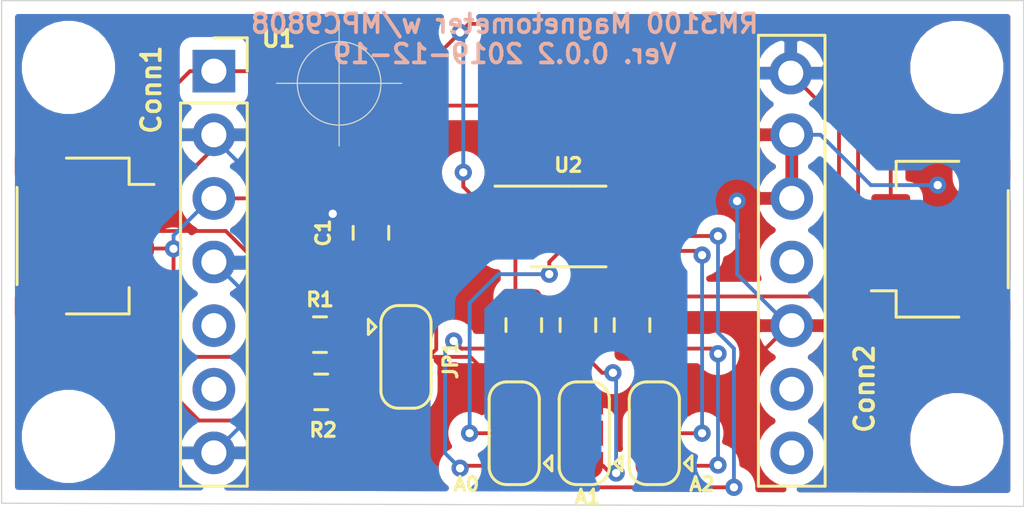
<source format=kicad_pcb>
(kicad_pcb (version 20171130) (host pcbnew 5.1.5-52549c5~84~ubuntu18.04.1)

  (general
    (thickness 1.6)
    (drawings 6)
    (tracks 180)
    (zones 0)
    (modules 19)
    (nets 13)
  )

  (page USLetter)
  (title_block
    (title "RM3100 Magnetometer w/ MCP9808")
    (date 2019-12-19)
    (rev 0.0.2)
  )

  (layers
    (0 F.Cu signal)
    (31 B.Cu signal)
    (36 B.SilkS user)
    (37 F.SilkS user)
    (38 B.Mask user)
    (39 F.Mask user)
    (41 Cmts.User user)
    (42 Eco1.User user)
    (44 Edge.Cuts user)
    (45 Margin user)
    (46 B.CrtYd user)
    (47 F.CrtYd user)
    (49 F.Fab user)
  )

  (setup
    (last_trace_width 0.1524)
    (user_trace_width 0.2)
    (trace_clearance 0.1524)
    (zone_clearance 0.508)
    (zone_45_only no)
    (trace_min 0.1524)
    (via_size 0.6858)
    (via_drill 0.3302)
    (via_min_size 0.508)
    (via_min_drill 0.254)
    (user_via 0.508 0.3)
    (uvia_size 0.3)
    (uvia_drill 0.1)
    (uvias_allowed no)
    (uvia_min_size 0)
    (uvia_min_drill 0)
    (edge_width 0.05)
    (segment_width 0.2)
    (pcb_text_width 0.3)
    (pcb_text_size 1.5 1.5)
    (mod_edge_width 0.12)
    (mod_text_size 1 1)
    (mod_text_width 0.15)
    (pad_size 2.7 2.7)
    (pad_drill 2.7)
    (pad_to_mask_clearance 0.0508)
    (solder_mask_min_width 0.1016)
    (aux_axis_origin 0 0)
    (grid_origin 120.2055 84.709)
    (visible_elements FFFFFF7F)
    (pcbplotparams
      (layerselection 0x010fc_ffffffff)
      (usegerberextensions false)
      (usegerberattributes false)
      (usegerberadvancedattributes false)
      (creategerberjobfile false)
      (excludeedgelayer true)
      (linewidth 0.100000)
      (plotframeref false)
      (viasonmask false)
      (mode 1)
      (useauxorigin false)
      (hpglpennumber 1)
      (hpglpenspeed 20)
      (hpglpendiameter 15.000000)
      (psnegative false)
      (psa4output false)
      (plotreference true)
      (plotvalue true)
      (plotinvisibletext false)
      (padsonsilk false)
      (subtractmaskfromsilk false)
      (outputformat 1)
      (mirror false)
      (drillshape 1)
      (scaleselection 1)
      (outputdirectory ""))
  )

  (net 0 "")
  (net 1 +3V3)
  (net 2 GND)
  (net 3 SDA)
  (net 4 SCL)
  (net 5 "Net-(JP1-Pad3)")
  (net 6 "Net-(JP1-Pad1)")
  (net 7 "Net-(PJ0-Pad2)")
  (net 8 "Net-(PJ0-Pad1)")
  (net 9 "Net-(PJ1-Pad1)")
  (net 10 "Net-(PJ1-Pad2)")
  (net 11 "Net-(PJ2-Pad1)")
  (net 12 "Net-(PJ2-Pad2)")

  (net_class Default "This is the default net class."
    (clearance 0.1524)
    (trace_width 0.1524)
    (via_dia 0.6858)
    (via_drill 0.3302)
    (uvia_dia 0.3)
    (uvia_drill 0.1)
    (add_net +3V3)
    (add_net GND)
    (add_net "Net-(JP1-Pad1)")
    (add_net "Net-(JP1-Pad3)")
    (add_net "Net-(PJ0-Pad1)")
    (add_net "Net-(PJ0-Pad2)")
    (add_net "Net-(PJ1-Pad1)")
    (add_net "Net-(PJ1-Pad2)")
    (add_net "Net-(PJ2-Pad1)")
    (add_net "Net-(PJ2-Pad2)")
    (add_net SCL)
    (add_net SDA)
  )

  (module BITMAPS:tangerinesdr_ico_bw (layer B.Cu) (tedit 0) (tstamp 5DFD3E41)
    (at 140.0175 97.663 180)
    (fp_text reference G*** (at 0 0) (layer F.SilkS) hide
      (effects (font (size 1.524 1.524) (thickness 0.3)))
    )
    (fp_text value LOGO (at 0.75 0) (layer F.SilkS) hide
      (effects (font (size 1.524 1.524) (thickness 0.3)))
    )
    (fp_poly (pts (xy 9.532712 9.390442) (xy 9.8762 8.926801) (xy 9.877778 8.880938) (xy 9.554405 8.076184)
      (xy 8.685463 7.244713) (xy 7.422717 6.467204) (xy 5.91793 5.824338) (xy 4.322868 5.396796)
      (xy 3.073746 5.263815) (xy 2.16374 5.237933) (xy 1.902163 5.171922) (xy 2.232003 5.012786)
      (xy 2.645834 4.866022) (xy 4.137711 4.12401) (xy 5.492456 3.067415) (xy 6.448293 1.905529)
      (xy 6.52676 1.763171) (xy 6.952529 0.361965) (xy 7.017116 -1.26037) (xy 6.718078 -2.744896)
      (xy 6.559908 -3.104325) (xy 5.408747 -4.634356) (xy 3.837896 -5.784379) (xy 2.016434 -6.496865)
      (xy 0.113438 -6.714283) (xy -1.702011 -6.379104) (xy -2.293055 -6.116591) (xy -4.119121 -4.844856)
      (xy -5.347805 -3.323931) (xy -5.962897 -1.643351) (xy -5.95761 -1.013981) (xy -5.620435 -1.013981)
      (xy -5.286092 -2.702955) (xy -4.837753 -3.563803) (xy -3.694271 -4.741262) (xy -2.126566 -5.683434)
      (xy -0.409817 -6.248007) (xy 0.542612 -6.346356) (xy 1.749247 -6.180543) (xy 3.087599 -5.759708)
      (xy 3.538375 -5.55625) (xy 5.103262 -4.443928) (xy 6.139005 -3.042856) (xy 6.659442 -1.477246)
      (xy 6.678412 0.128693) (xy 6.20975 1.65075) (xy 5.267294 2.964714) (xy 3.864882 3.946375)
      (xy 2.428379 4.407611) (xy 1.525582 4.494928) (xy 0.969124 4.234982) (xy 0.580075 3.732351)
      (xy -0.054217 3.001787) (xy -0.687999 2.907234) (xy -1.486848 3.436378) (xy -1.630268 3.567956)
      (xy -2.424065 4.31369) (xy -3.461595 3.574903) (xy -4.670776 2.31901) (xy -5.40286 0.724694)
      (xy -5.620435 -1.013981) (xy -5.95761 -1.013981) (xy -5.94819 0.107346) (xy -5.287474 1.838625)
      (xy -4.017852 3.411106) (xy -2.963703 4.405298) (xy -1.665839 4.405298) (xy -1.286946 4.069562)
      (xy -1.25549 4.045725) (xy -0.690983 3.633843) (xy -0.394551 3.617273) (xy -0.047944 3.99886)
      (xy 0 4.056944) (xy 0.197896 4.411872) (xy -0.09596 4.556215) (xy -0.750554 4.574891)
      (xy -1.516593 4.542772) (xy -1.665839 4.405298) (xy -2.963703 4.405298) (xy -2.771985 4.586111)
      (xy -3.802506 4.586111) (xy -4.866164 4.848422) (xy -6.089051 5.524266) (xy -7.228885 6.447004)
      (xy -8.043381 7.45) (xy -8.090878 7.535554) (xy -8.402549 8.263994) (xy -8.303334 8.740596)
      (xy -8.032541 9.051982) (xy -7.186812 9.449302) (xy -6.547352 9.385395) (xy -5.619254 8.946703)
      (xy -4.5495 8.153472) (xy -3.547879 7.197137) (xy -2.824179 6.269133) (xy -2.606364 5.789173)
      (xy -2.377709 5.269944) (xy -1.896722 5.037893) (xy -0.947295 4.995391) (xy -0.85304 4.997085)
      (xy 0.114277 5.080686) (xy 0.815904 5.382371) (xy 1.519184 6.050074) (xy 1.930308 6.53726)
      (xy 2.933008 7.567123) (xy 4.094728 8.290183) (xy 5.356129 8.785694) (xy 7.216988 9.318715)
      (xy 8.627746 9.520689) (xy 9.532712 9.390442)) (layer Eco1.User) (width 0.01))
  )

  (module pni_rm3100:PinSocket_PNI_RM3100 (layer F.Cu) (tedit 5DE46E77) (tstamp 5DFCFF49)
    (at 141.9225 85.725)
    (descr "Through hole straight socket strip, 1x07, 2.54mm pitch, single row (from Kicad 4.0.7), script generated")
    (tags "Through hole socket strip THT 1x07 2.54mm single row")
    (path /5DCF9A12)
    (fp_text reference U1 (at -10.668 0.508) (layer F.SilkS)
      (effects (font (size 0.65 0.65) (thickness 0.15)))
    )
    (fp_text value PNI-RM3100mag (at -1.143 -1.27) (layer F.Fab) hide
      (effects (font (size 1 1) (thickness 0.15)))
    )
    (fp_line (start 8.5344 0.4318) (end 11.0617 0.4318) (layer F.Fab) (width 0.12))
    (fp_line (start 8.4709 0.3683) (end 8.47 18.37) (layer F.SilkS) (width 0.12))
    (fp_line (start 8.47 18.37) (end 11.13 18.37) (layer F.SilkS) (width 0.12))
    (fp_text user %R (at 9.8 9.42 90) (layer F.Fab)
      (effects (font (size 1 1) (thickness 0.15)))
    )
    (fp_line (start 11.1252 0.3683) (end 11.13 18.37) (layer F.SilkS) (width 0.12))
    (fp_line (start 11.55 18.8) (end 8 18.8) (layer F.CrtYd) (width 0.05))
    (fp_line (start 11.0617 0.4318) (end 11.07 18.31) (layer F.Fab) (width 0.1))
    (fp_line (start 11.07 18.31) (end 8.53 18.31) (layer F.Fab) (width 0.1))
    (fp_line (start 8.4709 0.3683) (end 11.1125 0.3683) (layer F.SilkS) (width 0.12))
    (fp_line (start 8 0) (end 11.55 0) (layer F.CrtYd) (width 0.05))
    (fp_line (start 11.55 0) (end 11.55 18.8) (layer F.CrtYd) (width 0.05))
    (fp_line (start 8.53 18.31) (end 8.5344 0.4318) (layer F.Fab) (width 0.1))
    (fp_line (start 8 18.8) (end 8 0) (layer F.CrtYd) (width 0.05))
    (fp_text user %R (at -13.25 9.42 90) (layer F.Fab)
      (effects (font (size 1 1) (thickness 0.15)))
    )
    (fp_line (start -15.05 18.8) (end -15.05 0) (layer F.CrtYd) (width 0.05))
    (fp_line (start -11.5 18.8) (end -15.05 18.8) (layer F.CrtYd) (width 0.05))
    (fp_line (start -11.5 0) (end -11.5 18.8) (layer F.CrtYd) (width 0.05))
    (fp_line (start -15.05 0) (end -11.5 0) (layer F.CrtYd) (width 0.05))
    (fp_line (start -13.25 0.47) (end -11.92 0.47) (layer F.SilkS) (width 0.12))
    (fp_line (start -11.92 0.47) (end -11.92 1.8) (layer F.SilkS) (width 0.12))
    (fp_line (start -11.92 3.07) (end -11.92 18.37) (layer F.SilkS) (width 0.12))
    (fp_line (start -14.58 18.37) (end -11.92 18.37) (layer F.SilkS) (width 0.12))
    (fp_line (start -14.58 3.07) (end -14.58 18.37) (layer F.SilkS) (width 0.12))
    (fp_line (start -14.58 3.07) (end -11.92 3.07) (layer F.SilkS) (width 0.12))
    (fp_line (start -14.52 18.31) (end -14.52 0.53) (layer F.Fab) (width 0.1))
    (fp_line (start -11.98 18.31) (end -14.52 18.31) (layer F.Fab) (width 0.1))
    (fp_line (start -11.98 1.165) (end -11.98 18.31) (layer F.Fab) (width 0.1))
    (fp_line (start -12.615 0.53) (end -11.98 1.165) (layer F.Fab) (width 0.1))
    (fp_line (start -14.52 0.53) (end -12.615 0.53) (layer F.Fab) (width 0.1))
    (pad 14 thru_hole oval (at 9.7588 1.8796) (size 1.7 1.7) (drill 1) (layers *.Cu *.Mask)
      (net 2 GND))
    (pad 10 thru_hole oval (at 9.8 11.96) (size 1.7 1.7) (drill 1) (layers *.Cu *.Mask)
      (net 1 +3V3))
    (pad 12 thru_hole oval (at 9.8 6.88) (size 1.7 1.7) (drill 1) (layers *.Cu *.Mask)
      (net 1 +3V3))
    (pad 8 thru_hole oval (at 9.8 17.04) (size 1.7 1.7) (drill 1) (layers *.Cu *.Mask))
    (pad 9 thru_hole oval (at 9.8 14.5) (size 1.7 1.7) (drill 1) (layers *.Cu *.Mask))
    (pad 11 thru_hole oval (at 9.8 9.42) (size 1.7 1.7) (drill 1) (layers *.Cu *.Mask))
    (pad 13 thru_hole oval (at 9.8 4.34) (size 1.7 1.7) (drill 1) (layers *.Cu *.Mask)
      (net 1 +3V3))
    (pad 7 thru_hole oval (at -13.25 17.04) (size 1.7 1.7) (drill 1) (layers *.Cu *.Mask)
      (net 2 GND))
    (pad 6 thru_hole oval (at -13.25 14.5) (size 1.7 1.7) (drill 1) (layers *.Cu *.Mask))
    (pad 5 thru_hole oval (at -13.25 11.96) (size 1.7 1.7) (drill 1) (layers *.Cu *.Mask))
    (pad 4 thru_hole oval (at -13.25 9.42) (size 1.7 1.7) (drill 1) (layers *.Cu *.Mask)
      (net 2 GND))
    (pad 3 thru_hole oval (at -13.25 6.88) (size 1.7 1.7) (drill 1) (layers *.Cu *.Mask)
      (net 3 SDA))
    (pad 2 thru_hole oval (at -13.25 4.34) (size 1.7 1.7) (drill 1) (layers *.Cu *.Mask)
      (net 2 GND))
    (pad 1 thru_hole rect (at -13.25 1.8) (size 1.7 1.7) (drill 1) (layers *.Cu *.Mask)
      (net 4 SCL))
  )

  (module Connector_JST:JST_SH_SM04B-SRSS-TB_1x04-1MP_P1.00mm_Horizontal (layer F.Cu) (tedit 5B78AD87) (tstamp 5DC76AEB)
    (at 157.6705 94.234 90)
    (descr "JST SH series connector, SM04B-SRSS-TB (http://www.jst-mfg.com/product/pdf/eng/eSH.pdf), generated with kicad-footprint-generator")
    (tags "connector JST SH top entry")
    (path /5DD8296B)
    (attr smd)
    (fp_text reference Conn2 (at -5.969 -3.048 90) (layer F.SilkS)
      (effects (font (size 0.75 0.75) (thickness 0.15)))
    )
    (fp_text value Qwiic_01x04 (at -8.636 2.413 90) (layer F.Fab) hide
      (effects (font (size 1 1) (thickness 0.15)))
    )
    (fp_line (start -3 -1.675) (end 3 -1.675) (layer F.Fab) (width 0.1))
    (fp_line (start -3.11 0.715) (end -3.11 -1.785) (layer F.SilkS) (width 0.12))
    (fp_line (start -3.11 -1.785) (end -2.06 -1.785) (layer F.SilkS) (width 0.12))
    (fp_line (start -2.06 -1.785) (end -2.06 -2.775) (layer F.SilkS) (width 0.12))
    (fp_line (start 3.11 0.715) (end 3.11 -1.785) (layer F.SilkS) (width 0.12))
    (fp_line (start 3.11 -1.785) (end 2.06 -1.785) (layer F.SilkS) (width 0.12))
    (fp_line (start -1.94 2.685) (end 1.94 2.685) (layer F.SilkS) (width 0.12))
    (fp_line (start -3 2.575) (end 3 2.575) (layer F.Fab) (width 0.1))
    (fp_line (start -3 -1.675) (end -3 2.575) (layer F.Fab) (width 0.1))
    (fp_line (start 3 -1.675) (end 3 2.575) (layer F.Fab) (width 0.1))
    (fp_line (start -3.9 -3.28) (end -3.9 3.28) (layer F.CrtYd) (width 0.05))
    (fp_line (start -3.9 3.28) (end 3.9 3.28) (layer F.CrtYd) (width 0.05))
    (fp_line (start 3.9 3.28) (end 3.9 -3.28) (layer F.CrtYd) (width 0.05))
    (fp_line (start 3.9 -3.28) (end -3.9 -3.28) (layer F.CrtYd) (width 0.05))
    (fp_line (start -2 -1.675) (end -1.5 -0.967893) (layer F.Fab) (width 0.1))
    (fp_line (start -1.5 -0.967893) (end -1 -1.675) (layer F.Fab) (width 0.1))
    (fp_text user %R (at 0 0 90) (layer F.Fab) hide
      (effects (font (size 1 1) (thickness 0.15)))
    )
    (pad 1 smd roundrect (at -1.5 -2 90) (size 0.6 1.55) (layers F.Cu F.Paste F.Mask) (roundrect_rratio 0.25)
      (net 2 GND))
    (pad 2 smd roundrect (at -0.5 -2 90) (size 0.6 1.55) (layers F.Cu F.Paste F.Mask) (roundrect_rratio 0.25)
      (net 1 +3V3))
    (pad 3 smd roundrect (at 0.5 -2 90) (size 0.6 1.55) (layers F.Cu F.Paste F.Mask) (roundrect_rratio 0.25)
      (net 3 SDA))
    (pad 4 smd roundrect (at 1.5 -2 90) (size 0.6 1.55) (layers F.Cu F.Paste F.Mask) (roundrect_rratio 0.25)
      (net 4 SCL))
    (pad MP smd roundrect (at -2.8 1.875 90) (size 1.2 1.8) (layers F.Cu F.Paste F.Mask) (roundrect_rratio 0.208333))
    (pad MP smd roundrect (at 2.8 1.875 90) (size 1.2 1.8) (layers F.Cu F.Paste F.Mask) (roundrect_rratio 0.208333))
    (model ${KISYS3DMOD}/Connector_JST.3dshapes/JST_SH_SM04B-SRSS-TB_1x04-1MP_P1.00mm_Horizontal.wrl
      (at (xyz 0 0 0))
      (scale (xyz 1 1 1))
      (rotate (xyz 0 0 0))
    )
  )

  (module MountingHole:MountingHole_2.7mm_M2.5_ISO7380 (layer F.Cu) (tedit 56D1B4CB) (tstamp 5DFC4CE2)
    (at 158.3055 102.235)
    (descr "Mounting Hole 2.7mm, no annular, M2.5, ISO7380")
    (tags "mounting hole 2.7mm no annular m2.5 iso7380")
    (path /5E2E0463)
    (attr virtual)
    (fp_text reference H4 (at 0 -3.85) (layer F.SilkS) hide
      (effects (font (size 1 1) (thickness 0.15)))
    )
    (fp_text value MountingHole (at 0 3.85) (layer F.Fab) hide
      (effects (font (size 1 1) (thickness 0.15)))
    )
    (fp_circle (center 0 0) (end 2.5 0) (layer F.CrtYd) (width 0.05))
    (fp_circle (center 0 0) (end 2.25 0) (layer Cmts.User) (width 0.15))
    (fp_text user %R (at 0.3 0) (layer F.Fab) hide
      (effects (font (size 1 1) (thickness 0.15)))
    )
    (pad 1 np_thru_hole circle (at 0 0) (size 2.7 2.7) (drill 2.7) (layers *.Cu *.Mask))
  )

  (module MountingHole:MountingHole_2.7mm_M2.5_ISO7380 (layer F.Cu) (tedit 56D1B4CB) (tstamp 5DFC4CF7)
    (at 122.8725 102.108)
    (descr "Mounting Hole 2.7mm, no annular, M2.5, ISO7380")
    (tags "mounting hole 2.7mm no annular m2.5 iso7380")
    (path /5E2E2FA6)
    (attr virtual)
    (fp_text reference H3 (at 0 -3.85) (layer F.SilkS) hide
      (effects (font (size 1 1) (thickness 0.15)))
    )
    (fp_text value MountingHole (at 0 3.85) (layer F.Fab) hide
      (effects (font (size 1 1) (thickness 0.15)))
    )
    (fp_circle (center 0 0) (end 2.5 0) (layer F.CrtYd) (width 0.05))
    (fp_circle (center 0 0) (end 2.25 0) (layer Cmts.User) (width 0.15))
    (fp_text user %R (at 0.3 0) (layer F.Fab) hide
      (effects (font (size 1 1) (thickness 0.15)))
    )
    (pad 1 np_thru_hole circle (at 0 0) (size 2.7 2.7) (drill 2.7) (layers *.Cu *.Mask))
  )

  (module MountingHole:MountingHole_2.7mm_M2.5_ISO7380 (layer F.Cu) (tedit 5DFC51E0) (tstamp 5DC78386)
    (at 122.8725 87.376 270)
    (descr "Mounting Hole 2.7mm, no annular, M2.5, ISO7380")
    (tags "mounting hole 2.7mm no annular m2.5 iso7380")
    (path /5E1CB888)
    (attr virtual)
    (fp_text reference H2 (at 0 -3.85 90) (layer F.SilkS) hide
      (effects (font (size 1 1) (thickness 0.15)))
    )
    (fp_text value MountingHole (at 1.778 -4.953 90) (layer F.Fab) hide
      (effects (font (size 1 1) (thickness 0.15)))
    )
    (fp_circle (center 0 0) (end 2.5 0) (layer F.CrtYd) (width 0.05))
    (fp_circle (center 0 0) (end 2.25 0) (layer Cmts.User) (width 0.15))
    (fp_text user %R (at 0.3 0 90) (layer F.Fab) hide
      (effects (font (size 1 1) (thickness 0.15)))
    )
    (pad "" np_thru_hole circle (at 0 0 270) (size 2.7 2.7) (drill 2.7) (layers *.Cu *.Mask))
  )

  (module MountingHole:MountingHole_2.7mm_M2.5_ISO7380 (layer F.Cu) (tedit 56D1B4CB) (tstamp 5DC7837E)
    (at 158.3055 87.376 270)
    (descr "Mounting Hole 2.7mm, no annular, M2.5, ISO7380")
    (tags "mounting hole 2.7mm no annular m2.5 iso7380")
    (path /5E1BE6B8)
    (attr virtual)
    (fp_text reference H1 (at 3.302 2.921 90) (layer F.SilkS) hide
      (effects (font (size 1 1) (thickness 0.15)))
    )
    (fp_text value MountingHole (at 2.159 4.572 90) (layer F.Fab) hide
      (effects (font (size 1 1) (thickness 0.15)))
    )
    (fp_circle (center 0 0) (end 2.5 0) (layer F.CrtYd) (width 0.05))
    (fp_circle (center 0 0) (end 2.25 0) (layer Cmts.User) (width 0.15))
    (fp_text user %R (at 0.3 0) (layer F.Fab) hide
      (effects (font (size 1 1) (thickness 0.15)))
    )
    (pad 1 np_thru_hole circle (at 0 0 270) (size 2.7 2.7) (drill 2.7) (layers *.Cu *.Mask))
  )

  (module Resistor_SMD:R_0805_2012Metric (layer F.Cu) (tedit 5B36C52B) (tstamp 5DFC21B2)
    (at 143.1925 97.663 90)
    (descr "Resistor SMD 0805 (2012 Metric), square (rectangular) end terminal, IPC_7351 nominal, (Body size source: https://docs.google.com/spreadsheets/d/1BsfQQcO9C6DZCsRaXUlFlo91Tg2WpOkGARC1WS5S8t0/edit?usp=sharing), generated with kicad-footprint-generator")
    (tags resistor)
    (path /5DFD7EAC)
    (attr smd)
    (fp_text reference R4 (at 2.54 0.127 90) (layer F.SilkS) hide
      (effects (font (size 0.75 0.75) (thickness 0.15)))
    )
    (fp_text value 10k (at 0 1.65 90) (layer F.Fab) hide
      (effects (font (size 1 1) (thickness 0.15)))
    )
    (fp_line (start -1 0.6) (end -1 -0.6) (layer F.Fab) (width 0.1))
    (fp_line (start -1 -0.6) (end 1 -0.6) (layer F.Fab) (width 0.1))
    (fp_line (start 1 -0.6) (end 1 0.6) (layer F.Fab) (width 0.1))
    (fp_line (start 1 0.6) (end -1 0.6) (layer F.Fab) (width 0.1))
    (fp_line (start -0.258578 -0.71) (end 0.258578 -0.71) (layer F.SilkS) (width 0.12))
    (fp_line (start -0.258578 0.71) (end 0.258578 0.71) (layer F.SilkS) (width 0.12))
    (fp_line (start -1.68 0.95) (end -1.68 -0.95) (layer F.CrtYd) (width 0.05))
    (fp_line (start -1.68 -0.95) (end 1.68 -0.95) (layer F.CrtYd) (width 0.05))
    (fp_line (start 1.68 -0.95) (end 1.68 0.95) (layer F.CrtYd) (width 0.05))
    (fp_line (start 1.68 0.95) (end -1.68 0.95) (layer F.CrtYd) (width 0.05))
    (fp_text user %R (at 0 0 90) (layer F.Fab)
      (effects (font (size 0.5 0.5) (thickness 0.08)))
    )
    (pad 1 smd roundrect (at -0.9375 0 90) (size 0.975 1.4) (layers F.Cu F.Paste F.Mask) (roundrect_rratio 0.25)
      (net 9 "Net-(PJ1-Pad1)"))
    (pad 2 smd roundrect (at 0.9375 0 90) (size 0.975 1.4) (layers F.Cu F.Paste F.Mask) (roundrect_rratio 0.25)
      (net 2 GND))
    (model ${KISYS3DMOD}/Resistor_SMD.3dshapes/R_0805_2012Metric.wrl
      (at (xyz 0 0 0))
      (scale (xyz 1 1 1))
      (rotate (xyz 0 0 0))
    )
  )

  (module basic-rm3100:MCP9808_MSOPx8x0.65 (layer F.Cu) (tedit 5DEAA742) (tstamp 5DE967BA)
    (at 142.8115 93.726)
    (descr "MSOP, 8 Pin (https://www.jedec.org/system/files/docs/mo-187F.pdf variant AA), generated with kicad-footprint-generator ipc_gullwing_generator.py")
    (tags "MSOP SO")
    (path /5DE992F7)
    (attr smd)
    (fp_text reference U2 (at 0 -2.45) (layer F.SilkS)
      (effects (font (size 0.55 0.55) (thickness 0.13)))
    )
    (fp_text value MCP9808 (at 0 2.45) (layer F.Fab) hide
      (effects (font (size 0.55 0.55) (thickness 0.13)))
    )
    (fp_text user %R (at 0.127 0 90) (layer F.Fab)
      (effects (font (size 0.75 0.75) (thickness 0.11)))
    )
    (fp_line (start 3.18 -1.75) (end -3.18 -1.75) (layer F.CrtYd) (width 0.05))
    (fp_line (start 3.18 1.75) (end 3.18 -1.75) (layer F.CrtYd) (width 0.05))
    (fp_line (start -3.18 1.75) (end 3.18 1.75) (layer F.CrtYd) (width 0.05))
    (fp_line (start -3.18 -1.75) (end -3.18 1.75) (layer F.CrtYd) (width 0.05))
    (fp_line (start -1.5 -0.75) (end -0.75 -1.5) (layer F.Fab) (width 0.1))
    (fp_line (start -1.5 1.5) (end -1.5 -0.75) (layer F.Fab) (width 0.1))
    (fp_line (start 1.5 1.5) (end -1.5 1.5) (layer F.Fab) (width 0.1))
    (fp_line (start 1.5 -1.5) (end 1.5 1.5) (layer F.Fab) (width 0.1))
    (fp_line (start -0.75 -1.5) (end 1.5 -1.5) (layer F.Fab) (width 0.1))
    (fp_line (start 0 -1.61) (end -2.925 -1.61) (layer F.SilkS) (width 0.12))
    (fp_line (start 0 -1.61) (end 1.5 -1.61) (layer F.SilkS) (width 0.12))
    (fp_line (start 0 1.61) (end -1.5 1.61) (layer F.SilkS) (width 0.12))
    (fp_line (start 0 1.61) (end 1.5 1.61) (layer F.SilkS) (width 0.12))
    (pad 8 smd roundrect (at 2.1125 -0.975) (size 1.625 0.45) (layers F.Cu F.Paste F.Mask) (roundrect_rratio 0.25)
      (net 1 +3V3))
    (pad 7 smd roundrect (at 2.1125 -0.325) (size 1.625 0.45) (layers F.Cu F.Paste F.Mask) (roundrect_rratio 0.25)
      (net 7 "Net-(PJ0-Pad2)"))
    (pad 6 smd roundrect (at 2.1125 0.325) (size 1.625 0.45) (layers F.Cu F.Paste F.Mask) (roundrect_rratio 0.25)
      (net 10 "Net-(PJ1-Pad2)"))
    (pad 5 smd roundrect (at 2.1125 0.975) (size 1.625 0.45) (layers F.Cu F.Paste F.Mask) (roundrect_rratio 0.25)
      (net 12 "Net-(PJ2-Pad2)"))
    (pad 4 smd roundrect (at -2.1125 0.975) (size 1.625 0.45) (layers F.Cu F.Paste F.Mask) (roundrect_rratio 0.25)
      (net 2 GND))
    (pad 3 smd roundrect (at -2.1125 0.325) (size 1.625 0.45) (layers F.Cu F.Paste F.Mask) (roundrect_rratio 0.25))
    (pad 2 smd roundrect (at -2.1125 -0.325) (size 1.625 0.45) (layers F.Cu F.Paste F.Mask) (roundrect_rratio 0.25)
      (net 4 SCL))
    (pad 1 smd roundrect (at -2.1125 -0.975) (size 1.625 0.45) (layers F.Cu F.Paste F.Mask) (roundrect_rratio 0.25)
      (net 3 SDA))
    (model ${KISYS3DMOD}/Package_SO.3dshapes/MSOP-8_3x3mm_P0.65mm.wrl
      (at (xyz 0 0 0))
      (scale (xyz 1 1 1))
      (rotate (xyz 0 0 0))
    )
  )

  (module Jumper:SolderJumper-3_P1.3mm_Bridged12_RoundedPad1.0x1.5mm (layer F.Cu) (tedit 5C745321) (tstamp 5DE9659A)
    (at 146.2405 101.981 90)
    (descr "SMD Solder 3-pad Jumper, 1x1.5mm rounded Pads, 0.3mm gap, pads 1-2 bridged with 1 copper strip")
    (tags "solder jumper open")
    (path /5E3D8A9E)
    (attr virtual)
    (fp_text reference A2 (at -2.032 1.905) (layer F.SilkS)
      (effects (font (size 0.55 0.55) (thickness 0.13)))
    )
    (fp_text value A2 (at -2.032 2.032) (layer F.Fab) hide
      (effects (font (size 0.55 0.55) (thickness 0.13)))
    )
    (fp_poly (pts (xy -0.9 -0.3) (xy -0.4 -0.3) (xy -0.4 0.3) (xy -0.9 0.3)) (layer F.Cu) (width 0))
    (fp_arc (start -1.35 -0.3) (end -1.35 -1) (angle -90) (layer F.SilkS) (width 0.12))
    (fp_arc (start -1.35 0.3) (end -2.05 0.3) (angle -90) (layer F.SilkS) (width 0.12))
    (fp_arc (start 1.35 0.3) (end 1.35 1) (angle -90) (layer F.SilkS) (width 0.12))
    (fp_arc (start 1.35 -0.3) (end 2.05 -0.3) (angle -90) (layer F.SilkS) (width 0.12))
    (fp_line (start 2.3 1.25) (end -2.3 1.25) (layer F.CrtYd) (width 0.05))
    (fp_line (start 2.3 1.25) (end 2.3 -1.25) (layer F.CrtYd) (width 0.05))
    (fp_line (start -2.3 -1.25) (end -2.3 1.25) (layer F.CrtYd) (width 0.05))
    (fp_line (start -2.3 -1.25) (end 2.3 -1.25) (layer F.CrtYd) (width 0.05))
    (fp_line (start -1.4 -1) (end 1.4 -1) (layer F.SilkS) (width 0.12))
    (fp_line (start 2.05 -0.3) (end 2.05 0.3) (layer F.SilkS) (width 0.12))
    (fp_line (start 1.4 1) (end -1.4 1) (layer F.SilkS) (width 0.12))
    (fp_line (start -2.05 0.3) (end -2.05 -0.3) (layer F.SilkS) (width 0.12))
    (fp_line (start -1.2 1.2) (end -1.5 1.5) (layer F.SilkS) (width 0.12))
    (fp_line (start -1.5 1.5) (end -0.9 1.5) (layer F.SilkS) (width 0.12))
    (fp_line (start -1.2 1.2) (end -0.9 1.5) (layer F.SilkS) (width 0.12))
    (pad 1 smd custom (at -1.3 0 90) (size 1 0.5) (layers F.Cu F.Mask)
      (net 11 "Net-(PJ2-Pad1)") (zone_connect 2)
      (options (clearance outline) (anchor rect))
      (primitives
        (gr_circle (center 0 0.25) (end 0.5 0.25) (width 0))
        (gr_circle (center 0 -0.25) (end 0.5 -0.25) (width 0))
        (gr_poly (pts
           (xy 0.55 -0.75) (xy 0 -0.75) (xy 0 0.75) (xy 0.55 0.75)) (width 0))
      ))
    (pad 2 smd rect (at 0 0 90) (size 1 1.5) (layers F.Cu F.Mask)
      (net 12 "Net-(PJ2-Pad2)"))
    (pad 3 smd custom (at 1.3 0 90) (size 1 0.5) (layers F.Cu F.Mask)
      (net 1 +3V3) (zone_connect 2)
      (options (clearance outline) (anchor rect))
      (primitives
        (gr_circle (center 0 0.25) (end 0.5 0.25) (width 0))
        (gr_circle (center 0 -0.25) (end 0.5 -0.25) (width 0))
        (gr_poly (pts
           (xy -0.55 -0.75) (xy 0 -0.75) (xy 0 0.75) (xy -0.55 0.75)) (width 0))
      ))
  )

  (module Jumper:SolderJumper-3_P1.3mm_Bridged12_RoundedPad1.0x1.5mm (layer F.Cu) (tedit 5C745321) (tstamp 5DFCF780)
    (at 143.4465 101.981 90)
    (descr "SMD Solder 3-pad Jumper, 1x1.5mm rounded Pads, 0.3mm gap, pads 1-2 bridged with 1 copper strip")
    (tags "solder jumper open")
    (path /5E3CA3C2)
    (attr virtual)
    (fp_text reference A1 (at -2.54 0.127) (layer F.SilkS)
      (effects (font (size 0.55 0.55) (thickness 0.13)))
    )
    (fp_text value A1 (at -2.54 0.127) (layer F.Fab) hide
      (effects (font (size 0.55 0.55) (thickness 0.13)))
    )
    (fp_poly (pts (xy -0.9 -0.3) (xy -0.4 -0.3) (xy -0.4 0.3) (xy -0.9 0.3)) (layer F.Cu) (width 0))
    (fp_arc (start -1.35 -0.3) (end -1.35 -1) (angle -90) (layer F.SilkS) (width 0.12))
    (fp_arc (start -1.35 0.3) (end -2.05 0.3) (angle -90) (layer F.SilkS) (width 0.12))
    (fp_arc (start 1.35 0.3) (end 1.35 1) (angle -90) (layer F.SilkS) (width 0.12))
    (fp_arc (start 1.35 -0.3) (end 2.05 -0.3) (angle -90) (layer F.SilkS) (width 0.12))
    (fp_line (start 2.3 1.25) (end -2.3 1.25) (layer F.CrtYd) (width 0.05))
    (fp_line (start 2.3 1.25) (end 2.3 -1.25) (layer F.CrtYd) (width 0.05))
    (fp_line (start -2.3 -1.25) (end -2.3 1.25) (layer F.CrtYd) (width 0.05))
    (fp_line (start -2.3 -1.25) (end 2.3 -1.25) (layer F.CrtYd) (width 0.05))
    (fp_line (start -1.4 -1) (end 1.4 -1) (layer F.SilkS) (width 0.12))
    (fp_line (start 2.05 -0.3) (end 2.05 0.3) (layer F.SilkS) (width 0.12))
    (fp_line (start 1.4 1) (end -1.4 1) (layer F.SilkS) (width 0.12))
    (fp_line (start -2.05 0.3) (end -2.05 -0.3) (layer F.SilkS) (width 0.12))
    (fp_line (start -1.2 1.2) (end -1.5 1.5) (layer F.SilkS) (width 0.12))
    (fp_line (start -1.5 1.5) (end -0.9 1.5) (layer F.SilkS) (width 0.12))
    (fp_line (start -1.2 1.2) (end -0.9 1.5) (layer F.SilkS) (width 0.12))
    (pad 1 smd custom (at -1.3 0 90) (size 1 0.5) (layers F.Cu F.Mask)
      (net 9 "Net-(PJ1-Pad1)") (zone_connect 2)
      (options (clearance outline) (anchor rect))
      (primitives
        (gr_circle (center 0 0.25) (end 0.5 0.25) (width 0))
        (gr_circle (center 0 -0.25) (end 0.5 -0.25) (width 0))
        (gr_poly (pts
           (xy 0.55 -0.75) (xy 0 -0.75) (xy 0 0.75) (xy 0.55 0.75)) (width 0))
      ))
    (pad 2 smd rect (at 0 0 90) (size 1 1.5) (layers F.Cu F.Mask)
      (net 10 "Net-(PJ1-Pad2)"))
    (pad 3 smd custom (at 1.3 0 90) (size 1 0.5) (layers F.Cu F.Mask)
      (net 1 +3V3) (zone_connect 2)
      (options (clearance outline) (anchor rect))
      (primitives
        (gr_circle (center 0 0.25) (end 0.5 0.25) (width 0))
        (gr_circle (center 0 -0.25) (end 0.5 -0.25) (width 0))
        (gr_poly (pts
           (xy -0.55 -0.75) (xy 0 -0.75) (xy 0 0.75) (xy -0.55 0.75)) (width 0))
      ))
  )

  (module Connector_JST:JST_SH_SM04B-SRSS-TB_1x04-1MP_P1.00mm_Horizontal (layer F.Cu) (tedit 5B78AD87) (tstamp 5DCC9F4C)
    (at 123.5075 94.107 270)
    (descr "JST SH series connector, SM04B-SRSS-TB (http://www.jst-mfg.com/product/pdf/eng/eSH.pdf), generated with kicad-footprint-generator")
    (tags "connector JST SH top entry")
    (path /5DB4A1AA)
    (attr smd)
    (fp_text reference Conn1 (at -5.842 -2.667 90) (layer F.SilkS)
      (effects (font (size 0.75 0.75) (thickness 0.15)))
    )
    (fp_text value Qwiic_01x04 (at 9.906 -1.524 90) (layer F.Fab) hide
      (effects (font (size 1 1) (thickness 0.15)))
    )
    (fp_text user %R (at 0.254 0 90) (layer F.Fab) hide
      (effects (font (size 1 1) (thickness 0.15)))
    )
    (fp_line (start -1.5 -0.967893) (end -1 -1.675) (layer F.Fab) (width 0.1))
    (fp_line (start -2 -1.675) (end -1.5 -0.967893) (layer F.Fab) (width 0.1))
    (fp_line (start 3.9 -3.28) (end -3.9 -3.28) (layer F.CrtYd) (width 0.05))
    (fp_line (start 3.9 3.28) (end 3.9 -3.28) (layer F.CrtYd) (width 0.05))
    (fp_line (start -3.9 3.28) (end 3.9 3.28) (layer F.CrtYd) (width 0.05))
    (fp_line (start -3.9 -3.28) (end -3.9 3.28) (layer F.CrtYd) (width 0.05))
    (fp_line (start 3 -1.675) (end 3 2.575) (layer F.Fab) (width 0.1))
    (fp_line (start -3 -1.675) (end -3 2.575) (layer F.Fab) (width 0.1))
    (fp_line (start -3 2.575) (end 3 2.575) (layer F.Fab) (width 0.1))
    (fp_line (start -1.94 2.685) (end 1.94 2.685) (layer F.SilkS) (width 0.12))
    (fp_line (start 3.11 -1.785) (end 2.06 -1.785) (layer F.SilkS) (width 0.12))
    (fp_line (start 3.11 0.715) (end 3.11 -1.785) (layer F.SilkS) (width 0.12))
    (fp_line (start -2.06 -1.785) (end -2.06 -2.775) (layer F.SilkS) (width 0.12))
    (fp_line (start -3.11 -1.785) (end -2.06 -1.785) (layer F.SilkS) (width 0.12))
    (fp_line (start -3.11 0.715) (end -3.11 -1.785) (layer F.SilkS) (width 0.12))
    (fp_line (start -3 -1.675) (end 3 -1.675) (layer F.Fab) (width 0.1))
    (pad MP smd roundrect (at 2.8 1.875 270) (size 1.2 1.8) (layers F.Cu F.Paste F.Mask) (roundrect_rratio 0.208333))
    (pad MP smd roundrect (at -2.8 1.875 270) (size 1.2 1.8) (layers F.Cu F.Paste F.Mask) (roundrect_rratio 0.208333))
    (pad 4 smd roundrect (at 1.5 -2 270) (size 0.6 1.55) (layers F.Cu F.Paste F.Mask) (roundrect_rratio 0.25)
      (net 4 SCL))
    (pad 3 smd roundrect (at 0.5 -2 270) (size 0.6 1.55) (layers F.Cu F.Paste F.Mask) (roundrect_rratio 0.25)
      (net 3 SDA))
    (pad 2 smd roundrect (at -0.5 -2 270) (size 0.6 1.55) (layers F.Cu F.Paste F.Mask) (roundrect_rratio 0.25)
      (net 1 +3V3))
    (pad 1 smd roundrect (at -1.5 -2 270) (size 0.6 1.55) (layers F.Cu F.Paste F.Mask) (roundrect_rratio 0.25)
      (net 2 GND))
    (model ${KISYS3DMOD}/Connector_JST.3dshapes/JST_SH_SM04B-SRSS-TB_1x04-1MP_P1.00mm_Horizontal.wrl
      (at (xyz 0 0 0))
      (scale (xyz 1 1 1))
      (rotate (xyz 0 0 0))
    )
  )

  (module Resistor_SMD:R_0805_2012Metric (layer F.Cu) (tedit 5B36C52B) (tstamp 5DC76C17)
    (at 132.954 100.33 180)
    (descr "Resistor SMD 0805 (2012 Metric), square (rectangular) end terminal, IPC_7351 nominal, (Body size source: https://docs.google.com/spreadsheets/d/1BsfQQcO9C6DZCsRaXUlFlo91Tg2WpOkGARC1WS5S8t0/edit?usp=sharing), generated with kicad-footprint-generator")
    (tags resistor)
    (path /5E020EB0)
    (attr smd)
    (fp_text reference R2 (at -0.0785 -1.524) (layer F.SilkS)
      (effects (font (size 0.55 0.55) (thickness 0.13)))
    )
    (fp_text value 4.7k (at 2.0805 -0.127 90) (layer F.Fab)
      (effects (font (size 0.55 0.55) (thickness 0.13)))
    )
    (fp_text user %R (at 0.127 0) (layer F.Fab)
      (effects (font (size 0.5 0.5) (thickness 0.08)))
    )
    (fp_line (start 1.68 0.95) (end -1.68 0.95) (layer F.CrtYd) (width 0.05))
    (fp_line (start 1.68 -0.95) (end 1.68 0.95) (layer F.CrtYd) (width 0.05))
    (fp_line (start -1.68 -0.95) (end 1.68 -0.95) (layer F.CrtYd) (width 0.05))
    (fp_line (start -1.68 0.95) (end -1.68 -0.95) (layer F.CrtYd) (width 0.05))
    (fp_line (start -0.258578 0.71) (end 0.258578 0.71) (layer F.SilkS) (width 0.12))
    (fp_line (start -0.258578 -0.71) (end 0.258578 -0.71) (layer F.SilkS) (width 0.12))
    (fp_line (start 1 0.6) (end -1 0.6) (layer F.Fab) (width 0.1))
    (fp_line (start 1 -0.6) (end 1 0.6) (layer F.Fab) (width 0.1))
    (fp_line (start -1 -0.6) (end 1 -0.6) (layer F.Fab) (width 0.1))
    (fp_line (start -1 0.6) (end -1 -0.6) (layer F.Fab) (width 0.1))
    (pad 2 smd roundrect (at 0.9375 0 180) (size 0.975 1.4) (layers F.Cu F.Paste F.Mask) (roundrect_rratio 0.25)
      (net 4 SCL))
    (pad 1 smd roundrect (at -0.9375 0 180) (size 0.975 1.4) (layers F.Cu F.Paste F.Mask) (roundrect_rratio 0.25)
      (net 5 "Net-(JP1-Pad3)"))
    (model ${KISYS3DMOD}/Resistor_SMD.3dshapes/R_0805_2012Metric.wrl
      (at (xyz 0 0 0))
      (scale (xyz 1 1 1))
      (rotate (xyz 0 0 0))
    )
  )

  (module Resistor_SMD:R_0805_2012Metric (layer F.Cu) (tedit 5B36C52B) (tstamp 5DC76C06)
    (at 132.9055 98.044 180)
    (descr "Resistor SMD 0805 (2012 Metric), square (rectangular) end terminal, IPC_7351 nominal, (Body size source: https://docs.google.com/spreadsheets/d/1BsfQQcO9C6DZCsRaXUlFlo91Tg2WpOkGARC1WS5S8t0/edit?usp=sharing), generated with kicad-footprint-generator")
    (tags resistor)
    (path /5E01D412)
    (attr smd)
    (fp_text reference R1 (at 0 1.397) (layer F.SilkS)
      (effects (font (size 0.55 0.55) (thickness 0.13)))
    )
    (fp_text value 4.7k (at 2.032 0 90) (layer F.Fab)
      (effects (font (size 0.55 0.55) (thickness 0.13)))
    )
    (fp_text user %R (at 0 0) (layer F.Fab)
      (effects (font (size 0.5 0.5) (thickness 0.08)))
    )
    (fp_line (start 1.68 0.95) (end -1.68 0.95) (layer F.CrtYd) (width 0.05))
    (fp_line (start 1.68 -0.95) (end 1.68 0.95) (layer F.CrtYd) (width 0.05))
    (fp_line (start -1.68 -0.95) (end 1.68 -0.95) (layer F.CrtYd) (width 0.05))
    (fp_line (start -1.68 0.95) (end -1.68 -0.95) (layer F.CrtYd) (width 0.05))
    (fp_line (start -0.258578 0.71) (end 0.258578 0.71) (layer F.SilkS) (width 0.12))
    (fp_line (start -0.258578 -0.71) (end 0.258578 -0.71) (layer F.SilkS) (width 0.12))
    (fp_line (start 1 0.6) (end -1 0.6) (layer F.Fab) (width 0.1))
    (fp_line (start 1 -0.6) (end 1 0.6) (layer F.Fab) (width 0.1))
    (fp_line (start -1 -0.6) (end 1 -0.6) (layer F.Fab) (width 0.1))
    (fp_line (start -1 0.6) (end -1 -0.6) (layer F.Fab) (width 0.1))
    (pad 2 smd roundrect (at 0.9375 0 180) (size 0.975 1.4) (layers F.Cu F.Paste F.Mask) (roundrect_rratio 0.25)
      (net 3 SDA))
    (pad 1 smd roundrect (at -0.9375 0 180) (size 0.975 1.4) (layers F.Cu F.Paste F.Mask) (roundrect_rratio 0.25)
      (net 6 "Net-(JP1-Pad1)"))
    (model ${KISYS3DMOD}/Resistor_SMD.3dshapes/R_0805_2012Metric.wrl
      (at (xyz 0 0 0))
      (scale (xyz 1 1 1))
      (rotate (xyz 0 0 0))
    )
  )

  (module Capacitor_SMD:C_0805_2012Metric (layer F.Cu) (tedit 5B36C52B) (tstamp 5DC76A2D)
    (at 134.9375 93.98 90)
    (descr "Capacitor SMD 0805 (2012 Metric), square (rectangular) end terminal, IPC_7351 nominal, (Body size source: https://docs.google.com/spreadsheets/d/1BsfQQcO9C6DZCsRaXUlFlo91Tg2WpOkGARC1WS5S8t0/edit?usp=sharing), generated with kicad-footprint-generator")
    (tags capacitor)
    (path /5DF93E86)
    (attr smd)
    (fp_text reference C1 (at 0 -1.905 90) (layer F.SilkS)
      (effects (font (size 0.55 0.55) (thickness 0.13)))
    )
    (fp_text value 1.0uF (at -2.159 -0.127) (layer F.Fab)
      (effects (font (size 0.55 0.55) (thickness 0.13)))
    )
    (fp_text user %R (at 0 0 90) (layer F.Fab)
      (effects (font (size 0.5 0.5) (thickness 0.08)))
    )
    (fp_line (start 1.68 0.95) (end -1.68 0.95) (layer F.CrtYd) (width 0.05))
    (fp_line (start 1.68 -0.95) (end 1.68 0.95) (layer F.CrtYd) (width 0.05))
    (fp_line (start -1.68 -0.95) (end 1.68 -0.95) (layer F.CrtYd) (width 0.05))
    (fp_line (start -1.68 0.95) (end -1.68 -0.95) (layer F.CrtYd) (width 0.05))
    (fp_line (start -0.258578 0.71) (end 0.258578 0.71) (layer F.SilkS) (width 0.12))
    (fp_line (start -0.258578 -0.71) (end 0.258578 -0.71) (layer F.SilkS) (width 0.12))
    (fp_line (start 1 0.6) (end -1 0.6) (layer F.Fab) (width 0.1))
    (fp_line (start 1 -0.6) (end 1 0.6) (layer F.Fab) (width 0.1))
    (fp_line (start -1 -0.6) (end 1 -0.6) (layer F.Fab) (width 0.1))
    (fp_line (start -1 0.6) (end -1 -0.6) (layer F.Fab) (width 0.1))
    (pad 2 smd roundrect (at 0.9375 0 90) (size 0.975 1.4) (layers F.Cu F.Paste F.Mask) (roundrect_rratio 0.25)
      (net 2 GND))
    (pad 1 smd roundrect (at -0.9375 0 90) (size 0.975 1.4) (layers F.Cu F.Paste F.Mask) (roundrect_rratio 0.25)
      (net 1 +3V3))
    (model ${KISYS3DMOD}/Capacitor_SMD.3dshapes/C_0805_2012Metric.wrl
      (at (xyz 0 0 0))
      (scale (xyz 1 1 1))
      (rotate (xyz 0 0 0))
    )
  )

  (module Jumper:SolderJumper-3_P1.3mm_Bridged12_RoundedPad1.0x1.5mm (layer F.Cu) (tedit 5C745321) (tstamp 5DC76B61)
    (at 136.3345 98.933 270)
    (descr "SMD Solder 3-pad Jumper, 1x1.5mm rounded Pads, 0.3mm gap, pads 1-2 bridged with 1 copper strip")
    (tags "solder jumper open")
    (path /5E005CA3)
    (attr virtual)
    (fp_text reference JP1 (at 0.127 -1.778 90) (layer F.SilkS)
      (effects (font (size 0.55 0.55) (thickness 0.13)))
    )
    (fp_text value "Pullup Resistors" (at 3.048 0) (layer F.Fab) hide
      (effects (font (size 1 1) (thickness 0.15)))
    )
    (fp_line (start -1.2 1.2) (end -0.9 1.5) (layer F.SilkS) (width 0.12))
    (fp_line (start -1.5 1.5) (end -0.9 1.5) (layer F.SilkS) (width 0.12))
    (fp_line (start -1.2 1.2) (end -1.5 1.5) (layer F.SilkS) (width 0.12))
    (fp_line (start -2.05 0.3) (end -2.05 -0.3) (layer F.SilkS) (width 0.12))
    (fp_line (start 1.4 1) (end -1.4 1) (layer F.SilkS) (width 0.12))
    (fp_line (start 2.05 -0.3) (end 2.05 0.3) (layer F.SilkS) (width 0.12))
    (fp_line (start -1.4 -1) (end 1.4 -1) (layer F.SilkS) (width 0.12))
    (fp_line (start -2.3 -1.25) (end 2.3 -1.25) (layer F.CrtYd) (width 0.05))
    (fp_line (start -2.3 -1.25) (end -2.3 1.25) (layer F.CrtYd) (width 0.05))
    (fp_line (start 2.3 1.25) (end 2.3 -1.25) (layer F.CrtYd) (width 0.05))
    (fp_line (start 2.3 1.25) (end -2.3 1.25) (layer F.CrtYd) (width 0.05))
    (fp_arc (start 1.35 -0.3) (end 2.05 -0.3) (angle -90) (layer F.SilkS) (width 0.12))
    (fp_arc (start 1.35 0.3) (end 1.35 1) (angle -90) (layer F.SilkS) (width 0.12))
    (fp_arc (start -1.35 0.3) (end -2.05 0.3) (angle -90) (layer F.SilkS) (width 0.12))
    (fp_arc (start -1.35 -0.3) (end -1.35 -1) (angle -90) (layer F.SilkS) (width 0.12))
    (fp_poly (pts (xy -0.9 -0.3) (xy -0.4 -0.3) (xy -0.4 0.3) (xy -0.9 0.3)) (layer F.Cu) (width 0))
    (pad 3 smd custom (at 1.3 0 270) (size 1 0.5) (layers F.Cu F.Mask)
      (net 5 "Net-(JP1-Pad3)") (zone_connect 2)
      (options (clearance outline) (anchor rect))
      (primitives
        (gr_circle (center 0 0.25) (end 0.5 0.25) (width 0))
        (gr_circle (center 0 -0.25) (end 0.5 -0.25) (width 0))
        (gr_poly (pts
           (xy -0.55 -0.75) (xy 0 -0.75) (xy 0 0.75) (xy -0.55 0.75)) (width 0))
      ))
    (pad 2 smd rect (at 0 0 270) (size 1 1.5) (layers F.Cu F.Mask)
      (net 1 +3V3))
    (pad 1 smd custom (at -1.3 0 270) (size 1 0.5) (layers F.Cu F.Mask)
      (net 6 "Net-(JP1-Pad1)") (zone_connect 2)
      (options (clearance outline) (anchor rect))
      (primitives
        (gr_circle (center 0 0.25) (end 0.5 0.25) (width 0))
        (gr_circle (center 0 -0.25) (end 0.5 -0.25) (width 0))
        (gr_poly (pts
           (xy 0.55 -0.75) (xy 0 -0.75) (xy 0 0.75) (xy 0.55 0.75)) (width 0))
      ))
  )

  (module Jumper:SolderJumper-3_P1.3mm_Bridged12_RoundedPad1.0x1.5mm (layer F.Cu) (tedit 5C745321) (tstamp 5DFC16BE)
    (at 140.6525 101.981 90)
    (descr "SMD Solder 3-pad Jumper, 1x1.5mm rounded Pads, 0.3mm gap, pads 1-2 bridged with 1 copper strip")
    (tags "solder jumper open")
    (path /5E1907BA)
    (attr virtual)
    (fp_text reference A0 (at -2.032 -1.905) (layer F.SilkS)
      (effects (font (size 0.55 0.55) (thickness 0.13)))
    )
    (fp_text value A0 (at 0 -2.159) (layer F.Fab) hide
      (effects (font (size 0.55 0.55) (thickness 0.13)))
    )
    (fp_line (start -1.2 1.2) (end -0.9 1.5) (layer F.SilkS) (width 0.12))
    (fp_line (start -1.5 1.5) (end -0.9 1.5) (layer F.SilkS) (width 0.12))
    (fp_line (start -1.2 1.2) (end -1.5 1.5) (layer F.SilkS) (width 0.12))
    (fp_line (start -2.05 0.3) (end -2.05 -0.3) (layer F.SilkS) (width 0.12))
    (fp_line (start 1.4 1) (end -1.4 1) (layer F.SilkS) (width 0.12))
    (fp_line (start 2.05 -0.3) (end 2.05 0.3) (layer F.SilkS) (width 0.12))
    (fp_line (start -1.4 -1) (end 1.4 -1) (layer F.SilkS) (width 0.12))
    (fp_line (start -2.3 -1.25) (end 2.3 -1.25) (layer F.CrtYd) (width 0.05))
    (fp_line (start -2.3 -1.25) (end -2.3 1.25) (layer F.CrtYd) (width 0.05))
    (fp_line (start 2.3 1.25) (end 2.3 -1.25) (layer F.CrtYd) (width 0.05))
    (fp_line (start 2.3 1.25) (end -2.3 1.25) (layer F.CrtYd) (width 0.05))
    (fp_arc (start 1.35 -0.3) (end 2.05 -0.3) (angle -90) (layer F.SilkS) (width 0.12))
    (fp_arc (start 1.35 0.3) (end 1.35 1) (angle -90) (layer F.SilkS) (width 0.12))
    (fp_arc (start -1.35 0.3) (end -2.05 0.3) (angle -90) (layer F.SilkS) (width 0.12))
    (fp_arc (start -1.35 -0.3) (end -1.35 -1) (angle -90) (layer F.SilkS) (width 0.12))
    (fp_poly (pts (xy -0.9 -0.3) (xy -0.4 -0.3) (xy -0.4 0.3) (xy -0.9 0.3)) (layer F.Cu) (width 0))
    (pad 3 smd custom (at 1.3 0 90) (size 1 0.5) (layers F.Cu F.Mask)
      (net 1 +3V3) (zone_connect 2)
      (options (clearance outline) (anchor rect))
      (primitives
        (gr_circle (center 0 0.25) (end 0.5 0.25) (width 0))
        (gr_circle (center 0 -0.25) (end 0.5 -0.25) (width 0))
        (gr_poly (pts
           (xy -0.55 -0.75) (xy 0 -0.75) (xy 0 0.75) (xy -0.55 0.75)) (width 0))
      ))
    (pad 2 smd rect (at 0 0 90) (size 1 1.5) (layers F.Cu F.Mask)
      (net 7 "Net-(PJ0-Pad2)"))
    (pad 1 smd custom (at -1.3 0 90) (size 1 0.5) (layers F.Cu F.Mask)
      (net 8 "Net-(PJ0-Pad1)") (zone_connect 2)
      (options (clearance outline) (anchor rect))
      (primitives
        (gr_circle (center 0 0.25) (end 0.5 0.25) (width 0))
        (gr_circle (center 0 -0.25) (end 0.5 -0.25) (width 0))
        (gr_poly (pts
           (xy 0.55 -0.75) (xy 0 -0.75) (xy 0 0.75) (xy 0.55 0.75)) (width 0))
      ))
  )

  (module Resistor_SMD:R_0805_2012Metric (layer F.Cu) (tedit 5B36C52B) (tstamp 5DFC16CF)
    (at 145.3515 97.663 90)
    (descr "Resistor SMD 0805 (2012 Metric), square (rectangular) end terminal, IPC_7351 nominal, (Body size source: https://docs.google.com/spreadsheets/d/1BsfQQcO9C6DZCsRaXUlFlo91Tg2WpOkGARC1WS5S8t0/edit?usp=sharing), generated with kicad-footprint-generator")
    (tags resistor)
    (path /5E18CCB8)
    (attr smd)
    (fp_text reference R3 (at 2.54 0.127) (layer F.SilkS) hide
      (effects (font (size 0.75 0.75) (thickness 0.15)))
    )
    (fp_text value 10k (at 0 1.65 90) (layer F.Fab)
      (effects (font (size 0.55 0.55) (thickness 0.13)))
    )
    (fp_line (start -1 0.6) (end -1 -0.6) (layer F.Fab) (width 0.1))
    (fp_line (start -1 -0.6) (end 1 -0.6) (layer F.Fab) (width 0.1))
    (fp_line (start 1 -0.6) (end 1 0.6) (layer F.Fab) (width 0.1))
    (fp_line (start 1 0.6) (end -1 0.6) (layer F.Fab) (width 0.1))
    (fp_line (start -0.258578 -0.71) (end 0.258578 -0.71) (layer F.SilkS) (width 0.12))
    (fp_line (start -0.258578 0.71) (end 0.258578 0.71) (layer F.SilkS) (width 0.12))
    (fp_line (start -1.68 0.95) (end -1.68 -0.95) (layer F.CrtYd) (width 0.05))
    (fp_line (start -1.68 -0.95) (end 1.68 -0.95) (layer F.CrtYd) (width 0.05))
    (fp_line (start 1.68 -0.95) (end 1.68 0.95) (layer F.CrtYd) (width 0.05))
    (fp_line (start 1.68 0.95) (end -1.68 0.95) (layer F.CrtYd) (width 0.05))
    (fp_text user %R (at 0 0 90) (layer F.Fab)
      (effects (font (size 0.5 0.5) (thickness 0.08)))
    )
    (pad 1 smd roundrect (at -0.9375 0 90) (size 0.975 1.4) (layers F.Cu F.Paste F.Mask) (roundrect_rratio 0.25)
      (net 11 "Net-(PJ2-Pad1)"))
    (pad 2 smd roundrect (at 0.9375 0 90) (size 0.975 1.4) (layers F.Cu F.Paste F.Mask) (roundrect_rratio 0.25)
      (net 2 GND))
    (model ${KISYS3DMOD}/Resistor_SMD.3dshapes/R_0805_2012Metric.wrl
      (at (xyz 0 0 0))
      (scale (xyz 1 1 1))
      (rotate (xyz 0 0 0))
    )
  )

  (module Resistor_SMD:R_0805_2012Metric (layer F.Cu) (tedit 5B36C52B) (tstamp 5DFC16F1)
    (at 141.0335 97.663 90)
    (descr "Resistor SMD 0805 (2012 Metric), square (rectangular) end terminal, IPC_7351 nominal, (Body size source: https://docs.google.com/spreadsheets/d/1BsfQQcO9C6DZCsRaXUlFlo91Tg2WpOkGARC1WS5S8t0/edit?usp=sharing), generated with kicad-footprint-generator")
    (tags resistor)
    (path /5E04948F)
    (attr smd)
    (fp_text reference R5 (at 2.54 0 90) (layer F.SilkS) hide
      (effects (font (size 0.75 0.75) (thickness 0.15)))
    )
    (fp_text value 10k (at 0 1.65 90) (layer F.Fab) hide
      (effects (font (size 1 1) (thickness 0.15)))
    )
    (fp_text user %R (at 0 0 180) (layer F.Fab)
      (effects (font (size 0.5 0.5) (thickness 0.08)))
    )
    (fp_line (start 1.68 0.95) (end -1.68 0.95) (layer F.CrtYd) (width 0.05))
    (fp_line (start 1.68 -0.95) (end 1.68 0.95) (layer F.CrtYd) (width 0.05))
    (fp_line (start -1.68 -0.95) (end 1.68 -0.95) (layer F.CrtYd) (width 0.05))
    (fp_line (start -1.68 0.95) (end -1.68 -0.95) (layer F.CrtYd) (width 0.05))
    (fp_line (start -0.258578 0.71) (end 0.258578 0.71) (layer F.SilkS) (width 0.12))
    (fp_line (start -0.258578 -0.71) (end 0.258578 -0.71) (layer F.SilkS) (width 0.12))
    (fp_line (start 1 0.6) (end -1 0.6) (layer F.Fab) (width 0.1))
    (fp_line (start 1 -0.6) (end 1 0.6) (layer F.Fab) (width 0.1))
    (fp_line (start -1 -0.6) (end 1 -0.6) (layer F.Fab) (width 0.1))
    (fp_line (start -1 0.6) (end -1 -0.6) (layer F.Fab) (width 0.1))
    (pad 2 smd roundrect (at 0.9375 0 90) (size 0.975 1.4) (layers F.Cu F.Paste F.Mask) (roundrect_rratio 0.25)
      (net 2 GND))
    (pad 1 smd roundrect (at -0.9375 0 90) (size 0.975 1.4) (layers F.Cu F.Paste F.Mask) (roundrect_rratio 0.25)
      (net 8 "Net-(PJ0-Pad1)"))
    (model ${KISYS3DMOD}/Resistor_SMD.3dshapes/R_0805_2012Metric.wrl
      (at (xyz 0 0 0))
      (scale (xyz 1 1 1))
      (rotate (xyz 0 0 0))
    )
  )

  (target plus (at 133.6675 88.011) (size 5) (width 0.05) (layer Edge.Cuts))
  (gr_text "RM3100 Magnetometer w/MPC9808\nVer. 0.0.2 2019-12-19\n" (at 140.2715 86.233) (layer B.SilkS)
    (effects (font (size 0.75 0.75) (thickness 0.15)) (justify mirror))
  )
  (gr_line (start 160.9725 84.709) (end 120.2055 84.709) (layer Edge.Cuts) (width 0.05) (tstamp 5DCCE744))
  (gr_line (start 120.2055 84.709) (end 120.2055 104.775) (layer Edge.Cuts) (width 0.05) (tstamp 5DCCE73D))
  (gr_line (start 160.9725 104.902) (end 160.9725 84.709) (layer Edge.Cuts) (width 0.05))
  (gr_line (start 120.2055 104.775) (end 160.9725 104.902) (layer Edge.Cuts) (width 0.05))

  (via (at 157.543502 92.075) (size 0.6858) (drill 0.3302) (layers F.Cu B.Cu) (net 1))
  (segment (start 157.543502 93.635998) (end 157.543502 92.075) (width 0.1524) (layer F.Cu) (net 1))
  (segment (start 156.4455 94.734) (end 157.543502 93.635998) (width 0.1524) (layer F.Cu) (net 1))
  (segment (start 155.6705 94.734) (end 156.4455 94.734) (width 0.1524) (layer F.Cu) (net 1) (status 10))
  (segment (start 130.2385 94.996) (end 134.859 94.996) (width 0.1524) (layer F.Cu) (net 1) (status 20))
  (segment (start 129.1495 93.907) (end 130.2385 94.996) (width 0.1524) (layer F.Cu) (net 1))
  (segment (start 125.5075 93.607) (end 125.8075 93.907) (width 0.1524) (layer F.Cu) (net 1) (status 10))
  (segment (start 134.859 94.996) (end 134.9375 94.9175) (width 0.1524) (layer F.Cu) (net 1) (status 30))
  (segment (start 125.8075 93.907) (end 129.1495 93.907) (width 0.1524) (layer F.Cu) (net 1))
  (segment (start 149.5425 95.632) (end 149.5425 92.71) (width 0.1524) (layer B.Cu) (net 1))
  (segment (start 144.924 92.751) (end 149.5015 92.751) (width 0.1524) (layer F.Cu) (net 1) (status 10))
  (via (at 149.5425 92.71) (size 0.6858) (drill 0.3302) (layers F.Cu B.Cu) (net 1))
  (segment (start 149.5015 92.751) (end 149.5425 92.71) (width 0.1524) (layer F.Cu) (net 1))
  (segment (start 151.5955 97.685) (end 149.5425 95.632) (width 0.1524) (layer B.Cu) (net 1) (status 10))
  (segment (start 137.2369 98.933) (end 136.3345 98.933) (width 0.1524) (layer F.Cu) (net 1) (status 20))
  (segment (start 134.9375 94.9175) (end 137.540998 97.520998) (width 0.1524) (layer F.Cu) (net 1) (status 10))
  (segment (start 137.540998 98.628902) (end 137.2369 98.933) (width 0.1524) (layer F.Cu) (net 1))
  (segment (start 137.540998 97.520998) (end 137.540998 98.628902) (width 0.1524) (layer F.Cu) (net 1))
  (segment (start 140.6525 100.681) (end 140.7795 100.681) (width 0.1524) (layer F.Cu) (net 1) (status 30))
  (segment (start 136.3345 98.933) (end 138.9045 98.933) (width 0.1524) (layer F.Cu) (net 1) (status 10))
  (segment (start 138.9045 98.933) (end 140.6525 100.681) (width 0.1524) (layer F.Cu) (net 1) (status 20))
  (segment (start 142.841511 100.838011) (end 142.8115 100.808) (width 0.1524) (layer F.Cu) (net 1) (status 30))
  (segment (start 141.400092 100.681) (end 140.6525 100.681) (width 0.1524) (layer F.Cu) (net 1) (status 20))
  (segment (start 143.3195 100.681) (end 142.840579 101.159921) (width 0.1524) (layer F.Cu) (net 1) (status 30))
  (segment (start 140.7795 100.681) (end 144.410004 100.681) (width 0.1524) (layer F.Cu) (net 1) (status 10))
  (segment (start 144.410004 100.681) (end 143.4465 100.681) (width 0.1524) (layer F.Cu) (net 1) (status 20))
  (segment (start 146.2405 100.681) (end 144.410004 100.681) (width 0.1524) (layer F.Cu) (net 1) (status 10))
  (segment (start 146.988092 100.681) (end 147.018092 100.711) (width 0.1524) (layer F.Cu) (net 1))
  (segment (start 146.2405 100.681) (end 146.988092 100.681) (width 0.1524) (layer F.Cu) (net 1) (status 10))
  (segment (start 148.5695 100.711) (end 151.5955 97.685) (width 0.1524) (layer F.Cu) (net 1) (status 20))
  (segment (start 147.018092 100.711) (end 148.5695 100.711) (width 0.1524) (layer F.Cu) (net 1))
  (segment (start 151.7225 90.065) (end 152.8665 90.065) (width 0.1524) (layer B.Cu) (net 1) (status 10))
  (segment (start 154.8765 92.075) (end 157.543502 92.075) (width 0.1524) (layer B.Cu) (net 1))
  (segment (start 152.8665 90.065) (end 154.8765 92.075) (width 0.1524) (layer B.Cu) (net 1))
  (segment (start 151.4905 92.71) (end 149.5425 92.71) (width 0.1524) (layer F.Cu) (net 1) (status 10))
  (segment (start 151.5955 92.605) (end 151.4905 92.71) (width 0.1524) (layer F.Cu) (net 1) (status 30))
  (segment (start 151.7225 92.478) (end 151.5955 92.605) (width 0.1524) (layer B.Cu) (net 1) (status 30))
  (segment (start 151.7015 90.171) (end 151.7225 90.192) (width 0.1524) (layer B.Cu) (net 1) (status 30))
  (segment (start 151.7225 90.192) (end 151.7225 92.478) (width 0.1524) (layer B.Cu) (net 1) (status 30))
  (segment (start 141.0335 96.7255) (end 143.1925 96.7255) (width 0.1524) (layer F.Cu) (net 2) (status 30))
  (segment (start 143.1925 96.7255) (end 145.3515 96.7255) (width 0.1524) (layer F.Cu) (net 2) (status 30))
  (segment (start 154.8955 95.734) (end 153.6065 94.445) (width 0.1524) (layer F.Cu) (net 2) (status 10))
  (segment (start 155.6705 95.734) (end 154.8955 95.734) (width 0.1524) (layer F.Cu) (net 2) (status 30))
  (segment (start 153.6065 89.547653) (end 151.608873 87.550026) (width 0.1524) (layer F.Cu) (net 2) (status 20))
  (segment (start 153.6065 94.445) (end 153.6065 89.547653) (width 0.1524) (layer F.Cu) (net 2))
  (segment (start 140.699 94.701) (end 139.214506 94.701) (width 0.1524) (layer F.Cu) (net 2) (status 10))
  (segment (start 139.214506 94.701) (end 139.001506 94.488) (width 0.1524) (layer F.Cu) (net 2))
  (segment (start 140.955 96.647) (end 141.0335 96.7255) (width 0.1524) (layer F.Cu) (net 2) (status 30))
  (segment (start 140.699 96.391) (end 141.0335 96.7255) (width 0.1524) (layer F.Cu) (net 2) (status 30))
  (segment (start 140.699 94.701) (end 140.699 96.391) (width 0.1524) (layer F.Cu) (net 2) (status 30))
  (segment (start 154.8845 96.52) (end 155.6705 95.734) (width 0.1524) (layer F.Cu) (net 2) (status 20))
  (segment (start 145.3515 96.7255) (end 146.0515 96.7255) (width 0.1524) (layer F.Cu) (net 2) (status 10))
  (segment (start 146.257 96.52) (end 154.8845 96.52) (width 0.1524) (layer F.Cu) (net 2))
  (segment (start 146.0515 96.7255) (end 146.257 96.52) (width 0.1524) (layer F.Cu) (net 2))
  (segment (start 137.556008 93.0425) (end 134.9375 93.0425) (width 0.1524) (layer F.Cu) (net 2) (status 20))
  (segment (start 139.065004 94.551496) (end 137.556008 93.0425) (width 0.1524) (layer F.Cu) (net 2))
  (via (at 133.4135 93.218) (size 0.6858) (drill 0.3302) (layers F.Cu B.Cu) (net 2))
  (segment (start 134.9375 93.0425) (end 133.589 93.0425) (width 0.1524) (layer F.Cu) (net 2) (status 10))
  (segment (start 133.589 93.0425) (end 133.4135 93.218) (width 0.1524) (layer F.Cu) (net 2))
  (segment (start 128.6725 102.765) (end 128.5455 102.765) (width 0.1524) (layer B.Cu) (net 2) (status 30))
  (segment (start 130.7465 100.691) (end 128.6725 102.765) (width 0.1524) (layer B.Cu) (net 2) (status 20))
  (segment (start 128.6725 95.145) (end 130.7465 97.219) (width 0.1524) (layer B.Cu) (net 2) (status 10))
  (segment (start 130.7465 97.219) (end 130.7465 100.691) (width 0.1524) (layer B.Cu) (net 2))
  (segment (start 131.6985 93.218) (end 133.4135 93.218) (width 0.1524) (layer B.Cu) (net 2))
  (segment (start 128.6725 90.065) (end 128.6725 90.192) (width 0.1524) (layer B.Cu) (net 2) (status 30))
  (segment (start 128.6725 90.192) (end 131.6985 93.218) (width 0.1524) (layer B.Cu) (net 2) (status 10))
  (segment (start 128.6725 90.593004) (end 128.6725 90.065) (width 0.1524) (layer F.Cu) (net 2) (status 30))
  (segment (start 125.5075 92.607) (end 126.658504 92.607) (width 0.1524) (layer F.Cu) (net 2) (status 10))
  (segment (start 126.658504 92.607) (end 128.6725 90.593004) (width 0.1524) (layer F.Cu) (net 2) (status 20))
  (segment (start 131.2545 95.377) (end 133.4135 93.218) (width 0.1524) (layer B.Cu) (net 2))
  (segment (start 128.5455 95.145) (end 128.7775 95.377) (width 0.1524) (layer B.Cu) (net 2) (status 30))
  (segment (start 128.7775 95.377) (end 131.2545 95.377) (width 0.1524) (layer B.Cu) (net 2) (status 10))
  (via (at 127.063504 94.615) (size 0.6858) (drill 0.3302) (layers F.Cu B.Cu) (net 3))
  (segment (start 125.5075 94.607) (end 127.055504 94.607) (width 0.1524) (layer F.Cu) (net 3) (status 10))
  (segment (start 128.5455 92.605) (end 127.063504 94.086996) (width 0.1524) (layer B.Cu) (net 3) (status 10))
  (segment (start 127.063504 94.086996) (end 127.063504 94.615) (width 0.1524) (layer B.Cu) (net 3))
  (segment (start 127.055504 94.607) (end 127.063504 94.615) (width 0.1524) (layer F.Cu) (net 3))
  (segment (start 127.814372 98.933) (end 127.063504 98.182132) (width 0.1524) (layer F.Cu) (net 3))
  (segment (start 131.2545 98.933) (end 127.814372 98.933) (width 0.1524) (layer F.Cu) (net 3))
  (segment (start 127.063504 98.182132) (end 127.063504 94.615) (width 0.1524) (layer F.Cu) (net 3))
  (segment (start 131.3815 98.806) (end 131.2545 98.933) (width 0.1524) (layer F.Cu) (net 3))
  (segment (start 131.968 98.044) (end 131.3815 98.6305) (width 0.1524) (layer F.Cu) (net 3) (status 10))
  (segment (start 131.3815 98.6305) (end 131.3815 98.806) (width 0.1524) (layer F.Cu) (net 3))
  (segment (start 154.3685 87.376) (end 154.3685 93.472) (width 0.1524) (layer F.Cu) (net 3))
  (segment (start 153.2255 86.233) (end 154.3685 87.376) (width 0.1524) (layer F.Cu) (net 3))
  (segment (start 140.6525 88.9) (end 143.3195 86.233) (width 0.1524) (layer F.Cu) (net 3))
  (segment (start 154.6305 93.734) (end 155.6705 93.734) (width 0.1524) (layer F.Cu) (net 3) (status 20))
  (segment (start 154.3685 93.472) (end 154.6305 93.734) (width 0.1524) (layer F.Cu) (net 3))
  (segment (start 143.3195 86.233) (end 153.2255 86.233) (width 0.1524) (layer F.Cu) (net 3))
  (segment (start 140.699 88.9465) (end 140.6525 88.9) (width 0.1524) (layer F.Cu) (net 3))
  (segment (start 140.699 92.751) (end 140.699 88.9465) (width 0.1524) (layer F.Cu) (net 3) (status 10))
  (segment (start 135.0445 88.9) (end 140.6525 88.9) (width 0.1524) (layer F.Cu) (net 3))
  (segment (start 128.5455 92.605) (end 131.3395 92.605) (width 0.1524) (layer F.Cu) (net 3) (status 10))
  (segment (start 131.3395 92.605) (end 135.0445 88.9) (width 0.1524) (layer F.Cu) (net 3))
  (segment (start 132.0165 100.33) (end 131.6355 99.949) (width 0.1524) (layer F.Cu) (net 4) (status 30))
  (segment (start 128.0795 101.473) (end 125.5075 98.901) (width 0.1524) (layer F.Cu) (net 4))
  (segment (start 131.5735 101.473) (end 128.0795 101.473) (width 0.1524) (layer F.Cu) (net 4))
  (segment (start 132.0165 101.03) (end 131.5735 101.473) (width 0.1524) (layer F.Cu) (net 4))
  (segment (start 125.5075 98.901) (end 125.5075 95.607) (width 0.1524) (layer F.Cu) (net 4) (status 20))
  (segment (start 132.0165 100.33) (end 132.0165 101.03) (width 0.1524) (layer F.Cu) (net 4) (status 10))
  (segment (start 138.620508 92.135008) (end 138.620508 91.567) (width 0.1524) (layer F.Cu) (net 4))
  (via (at 138.620508 91.567) (size 0.6858) (drill 0.3302) (layers F.Cu B.Cu) (net 4))
  (segment (start 140.699 93.401) (end 139.8865 93.401) (width 0.1524) (layer F.Cu) (net 4) (status 30))
  (segment (start 139.8865 93.401) (end 138.620508 92.135008) (width 0.1524) (layer F.Cu) (net 4) (status 10))
  (segment (start 138.836399 85.636101) (end 138.4935 85.979) (width 0.1524) (layer F.Cu) (net 4))
  (segment (start 155.6705 92.734) (end 155.6705 87.992933) (width 0.1524) (layer F.Cu) (net 4) (status 10))
  (segment (start 153.313668 85.636101) (end 138.836399 85.636101) (width 0.1524) (layer F.Cu) (net 4))
  (segment (start 155.6705 87.992933) (end 153.313668 85.636101) (width 0.1524) (layer F.Cu) (net 4))
  (via (at 138.4935 85.979) (size 0.6858) (drill 0.3302) (layers F.Cu B.Cu) (net 4))
  (segment (start 138.620508 91.567) (end 138.620508 86.106008) (width 0.1524) (layer B.Cu) (net 4))
  (segment (start 138.620508 86.106008) (end 138.4935 85.979) (width 0.1524) (layer B.Cu) (net 4))
  (segment (start 136.9475 87.525) (end 138.4935 85.979) (width 0.1524) (layer F.Cu) (net 4))
  (segment (start 124.6265 95.607) (end 124.2695 95.25) (width 0.1524) (layer F.Cu) (net 4))
  (segment (start 124.2695 95.25) (end 124.2695 90.975176) (width 0.1524) (layer F.Cu) (net 4))
  (segment (start 125.5075 95.607) (end 124.6265 95.607) (width 0.1524) (layer F.Cu) (net 4) (status 10))
  (segment (start 124.2695 90.975176) (end 127.719676 87.525) (width 0.1524) (layer F.Cu) (net 4))
  (segment (start 127.719676 87.525) (end 136.9475 87.525) (width 0.1524) (layer F.Cu) (net 4))
  (segment (start 134.1155 100.106) (end 133.8915 100.33) (width 0.1524) (layer F.Cu) (net 5) (status 30))
  (segment (start 134.3695 99.852) (end 133.8915 100.33) (width 0.1524) (layer F.Cu) (net 5) (status 30))
  (segment (start 136.2375 100.33) (end 136.3345 100.233) (width 0.1524) (layer F.Cu) (net 5) (status 30))
  (segment (start 133.8915 100.33) (end 136.2375 100.33) (width 0.1524) (layer F.Cu) (net 5) (status 30))
  (segment (start 133.873 98.014) (end 133.843 98.044) (width 0.1524) (layer F.Cu) (net 6) (status 30))
  (segment (start 135.9235 98.044) (end 136.3345 97.633) (width 0.1524) (layer F.Cu) (net 6) (status 30))
  (segment (start 133.843 98.044) (end 135.9235 98.044) (width 0.1524) (layer F.Cu) (net 6) (status 30))
  (segment (start 140.9199 102.108) (end 140.99611 102.03179) (width 0.1524) (layer F.Cu) (net 7) (status 30))
  (segment (start 142.0495 95.146067) (end 142.0495 95.631) (width 0.1524) (layer F.Cu) (net 7))
  (segment (start 143.794567 93.401) (end 142.0495 95.146067) (width 0.1524) (layer F.Cu) (net 7))
  (segment (start 144.924 93.401) (end 143.794567 93.401) (width 0.1524) (layer F.Cu) (net 7) (status 10))
  (via (at 142.0495 95.631) (size 0.6858) (drill 0.3302) (layers F.Cu B.Cu) (net 7))
  (via (at 138.8745 101.980998) (size 0.6858) (drill 0.3302) (layers F.Cu B.Cu) (net 7))
  (segment (start 138.8745 96.774) (end 138.8745 101.980998) (width 0.1524) (layer B.Cu) (net 7))
  (segment (start 142.0495 95.631) (end 140.0175 95.631) (width 0.1524) (layer B.Cu) (net 7))
  (segment (start 140.0175 95.631) (end 138.8745 96.774) (width 0.1524) (layer B.Cu) (net 7))
  (segment (start 138.874502 101.981) (end 138.8745 101.980998) (width 0.1524) (layer F.Cu) (net 7))
  (segment (start 140.7795 101.981) (end 138.874502 101.981) (width 0.1524) (layer F.Cu) (net 7) (status 10))
  (segment (start 140.765092 103.408) (end 140.996101 103.176991) (width 0.1524) (layer F.Cu) (net 8) (status 30))
  (via (at 138.4935 103.378) (size 0.6858) (drill 0.3302) (layers F.Cu B.Cu) (net 8))
  (segment (start 137.896601 102.781101) (end 137.896601 98.640901) (width 0.1524) (layer B.Cu) (net 8))
  (segment (start 141.0335 98.6005) (end 138.541998 98.6005) (width 0.1524) (layer F.Cu) (net 8) (status 10))
  (segment (start 138.4935 103.378) (end 137.896601 102.781101) (width 0.1524) (layer B.Cu) (net 8))
  (segment (start 137.896601 98.640901) (end 138.2395 98.298002) (width 0.1524) (layer B.Cu) (net 8))
  (via (at 138.2395 98.298002) (size 0.6858) (drill 0.3302) (layers F.Cu B.Cu) (net 8))
  (segment (start 138.541998 98.6005) (end 138.2395 98.298002) (width 0.1524) (layer F.Cu) (net 8))
  (segment (start 138.5905 103.281) (end 138.4935 103.378) (width 0.1524) (layer F.Cu) (net 8))
  (segment (start 141.140982 103.281) (end 138.5905 103.281) (width 0.1524) (layer F.Cu) (net 8) (status 10))
  (segment (start 144.194092 103.281) (end 144.545092 103.632) (width 0.1524) (layer F.Cu) (net 9) (status 10))
  (segment (start 143.4465 103.281) (end 144.194092 103.281) (width 0.1524) (layer F.Cu) (net 9) (status 30))
  (via (at 144.7165 103.5685) (size 0.6858) (drill 0.3302) (layers F.Cu B.Cu) (net 9))
  (segment (start 144.545092 103.632) (end 144.653 103.632) (width 0.1524) (layer F.Cu) (net 9))
  (segment (start 144.653 103.632) (end 144.7165 103.5685) (width 0.1524) (layer F.Cu) (net 9))
  (segment (start 143.1925 98.6005) (end 144.16 99.568) (width 0.1524) (layer F.Cu) (net 9) (status 10))
  (segment (start 144.16 99.568) (end 144.5895 99.568) (width 0.1524) (layer F.Cu) (net 9))
  (via (at 144.5895 99.568) (size 0.6858) (drill 0.3302) (layers F.Cu B.Cu) (net 9))
  (segment (start 144.7165 99.695) (end 144.5895 99.568) (width 0.1524) (layer B.Cu) (net 9))
  (segment (start 144.7165 103.5685) (end 144.7165 99.695) (width 0.1524) (layer B.Cu) (net 9))
  (via (at 149.4155 104.14) (size 0.6858) (drill 0.3302) (layers F.Cu B.Cu) (net 10))
  (via (at 148.7805 94.107) (size 0.6858) (drill 0.3302) (layers F.Cu B.Cu) (net 10))
  (segment (start 148.7805 97.960178) (end 148.7805 94.107) (width 0.1524) (layer B.Cu) (net 10))
  (segment (start 149.4155 104.14) (end 149.4155 98.595178) (width 0.1524) (layer B.Cu) (net 10))
  (segment (start 149.4155 98.595178) (end 148.7805 97.960178) (width 0.1524) (layer B.Cu) (net 10))
  (segment (start 144.98 94.107) (end 144.924 94.051) (width 0.1524) (layer F.Cu) (net 10) (status 30))
  (segment (start 148.7805 94.107) (end 144.98 94.107) (width 0.1524) (layer F.Cu) (net 10) (status 20))
  (segment (start 142.318712 104.14) (end 149.4155 104.14) (width 0.1524) (layer F.Cu) (net 10))
  (segment (start 142.1765 103.997788) (end 142.318712 104.14) (width 0.1524) (layer F.Cu) (net 10))
  (segment (start 142.1765 102.217916) (end 142.1765 103.997788) (width 0.1524) (layer F.Cu) (net 10))
  (segment (start 143.4465 101.981) (end 142.413416 101.981) (width 0.1524) (layer F.Cu) (net 10) (status 10))
  (segment (start 142.413416 101.981) (end 142.1765 102.217916) (width 0.1524) (layer F.Cu) (net 10))
  (via (at 148.7805 98.806) (size 0.6858) (drill 0.3302) (layers F.Cu B.Cu) (net 11))
  (segment (start 148.7805 98.806) (end 148.7805 103.251) (width 0.1524) (layer B.Cu) (net 11))
  (via (at 148.7805 103.251) (size 0.6858) (drill 0.3302) (layers F.Cu B.Cu) (net 11))
  (segment (start 148.7505 103.281) (end 148.7805 103.251) (width 0.1524) (layer F.Cu) (net 11))
  (segment (start 146.1135 103.281) (end 148.7505 103.281) (width 0.1524) (layer F.Cu) (net 11) (status 10))
  (segment (start 148.575 98.6005) (end 148.7805 98.806) (width 0.1524) (layer F.Cu) (net 11))
  (segment (start 145.3515 98.6005) (end 148.575 98.6005) (width 0.1524) (layer F.Cu) (net 11) (status 10))
  (via (at 148.1455 94.869) (size 0.6858) (drill 0.3302) (layers F.Cu B.Cu) (net 12))
  (segment (start 144.924 94.701) (end 147.9775 94.701) (width 0.1524) (layer F.Cu) (net 12) (status 10))
  (segment (start 147.9775 94.701) (end 148.1455 94.869) (width 0.1524) (layer F.Cu) (net 12))
  (via (at 148.1455 101.981) (size 0.6858) (drill 0.3302) (layers F.Cu B.Cu) (net 12))
  (segment (start 148.1455 94.869) (end 148.1455 101.981) (width 0.1524) (layer B.Cu) (net 12))
  (segment (start 148.1455 101.981) (end 146.1135 101.981) (width 0.1524) (layer F.Cu) (net 12) (status 20))

  (zone (net 2) (net_name GND) (layer B.Cu) (tstamp 0) (hatch edge 0.508)
    (connect_pads (clearance 0.508))
    (min_thickness 0.254)
    (fill yes (arc_segments 32) (thermal_gap 0.508) (thermal_bridge_width 0.508))
    (polygon
      (pts
        (xy 160.909 104.775) (xy 120.142 104.775) (xy 120.2055 84.709) (xy 160.9725 84.709)
      )
    )
    (filled_polygon
      (pts
        (xy 137.626896 85.51579) (xy 137.55318 85.693757) (xy 137.5156 85.882685) (xy 137.5156 86.075315) (xy 137.55318 86.264243)
        (xy 137.626896 86.44221) (xy 137.733915 86.602375) (xy 137.870125 86.738585) (xy 137.909309 86.764767) (xy 137.909308 90.89524)
        (xy 137.860923 90.943625) (xy 137.753904 91.10379) (xy 137.680188 91.281757) (xy 137.642608 91.470685) (xy 137.642608 91.663315)
        (xy 137.680188 91.852243) (xy 137.753904 92.03021) (xy 137.860923 92.190375) (xy 137.997133 92.326585) (xy 138.157298 92.433604)
        (xy 138.335265 92.50732) (xy 138.524193 92.5449) (xy 138.716823 92.5449) (xy 138.905751 92.50732) (xy 139.083718 92.433604)
        (xy 139.243883 92.326585) (xy 139.380093 92.190375) (xy 139.487112 92.03021) (xy 139.560828 91.852243) (xy 139.598408 91.663315)
        (xy 139.598408 91.470685) (xy 139.560828 91.281757) (xy 139.487112 91.10379) (xy 139.380093 90.943625) (xy 139.331708 90.89524)
        (xy 139.331708 87.24771) (xy 150.239824 87.24771) (xy 150.361145 87.4776) (xy 151.5543 87.4776) (xy 151.5543 86.283786)
        (xy 151.8083 86.283786) (xy 151.8083 87.4776) (xy 153.001455 87.4776) (xy 153.122776 87.24771) (xy 153.102389 87.180495)
        (xy 156.3205 87.180495) (xy 156.3205 87.571505) (xy 156.396782 87.955003) (xy 156.546415 88.31625) (xy 156.763649 88.641364)
        (xy 157.040136 88.917851) (xy 157.36525 89.135085) (xy 157.726497 89.284718) (xy 158.109995 89.361) (xy 158.501005 89.361)
        (xy 158.884503 89.284718) (xy 159.24575 89.135085) (xy 159.570864 88.917851) (xy 159.847351 88.641364) (xy 160.064585 88.31625)
        (xy 160.214218 87.955003) (xy 160.2905 87.571505) (xy 160.2905 87.180495) (xy 160.214218 86.796997) (xy 160.064585 86.43575)
        (xy 159.847351 86.110636) (xy 159.570864 85.834149) (xy 159.24575 85.616915) (xy 158.884503 85.467282) (xy 158.501005 85.391)
        (xy 158.109995 85.391) (xy 157.726497 85.467282) (xy 157.36525 85.616915) (xy 157.040136 85.834149) (xy 156.763649 86.110636)
        (xy 156.546415 86.43575) (xy 156.396782 86.796997) (xy 156.3205 87.180495) (xy 153.102389 87.180495) (xy 153.078125 87.100501)
        (xy 152.952941 86.83768) (xy 152.778888 86.604331) (xy 152.562655 86.409422) (xy 152.312552 86.260443) (xy 152.038191 86.163119)
        (xy 151.8083 86.283786) (xy 151.5543 86.283786) (xy 151.324409 86.163119) (xy 151.050048 86.260443) (xy 150.799945 86.409422)
        (xy 150.583712 86.604331) (xy 150.409659 86.83768) (xy 150.284475 87.100501) (xy 150.239824 87.24771) (xy 139.331708 87.24771)
        (xy 139.331708 86.484708) (xy 139.360104 86.44221) (xy 139.43382 86.264243) (xy 139.4714 86.075315) (xy 139.4714 85.882685)
        (xy 139.43382 85.693757) (xy 139.360104 85.51579) (xy 139.262022 85.369) (xy 160.312501 85.369) (xy 160.3125 104.239942)
        (xy 152.048749 104.214198) (xy 152.155658 104.192932) (xy 152.425911 104.08099) (xy 152.669132 103.918475) (xy 152.875975 103.711632)
        (xy 153.03849 103.468411) (xy 153.150432 103.198158) (xy 153.2075 102.91126) (xy 153.2075 102.61874) (xy 153.150432 102.331842)
        (xy 153.03849 102.061589) (xy 153.023728 102.039495) (xy 156.3205 102.039495) (xy 156.3205 102.430505) (xy 156.396782 102.814003)
        (xy 156.546415 103.17525) (xy 156.763649 103.500364) (xy 157.040136 103.776851) (xy 157.36525 103.994085) (xy 157.726497 104.143718)
        (xy 158.109995 104.22) (xy 158.501005 104.22) (xy 158.884503 104.143718) (xy 159.24575 103.994085) (xy 159.570864 103.776851)
        (xy 159.847351 103.500364) (xy 160.064585 103.17525) (xy 160.214218 102.814003) (xy 160.2905 102.430505) (xy 160.2905 102.039495)
        (xy 160.214218 101.655997) (xy 160.064585 101.29475) (xy 159.847351 100.969636) (xy 159.570864 100.693149) (xy 159.24575 100.475915)
        (xy 158.884503 100.326282) (xy 158.501005 100.25) (xy 158.109995 100.25) (xy 157.726497 100.326282) (xy 157.36525 100.475915)
        (xy 157.040136 100.693149) (xy 156.763649 100.969636) (xy 156.546415 101.29475) (xy 156.396782 101.655997) (xy 156.3205 102.039495)
        (xy 153.023728 102.039495) (xy 152.875975 101.818368) (xy 152.669132 101.611525) (xy 152.49474 101.495) (xy 152.669132 101.378475)
        (xy 152.875975 101.171632) (xy 153.03849 100.928411) (xy 153.150432 100.658158) (xy 153.2075 100.37126) (xy 153.2075 100.07874)
        (xy 153.150432 99.791842) (xy 153.03849 99.521589) (xy 152.875975 99.278368) (xy 152.669132 99.071525) (xy 152.49474 98.955)
        (xy 152.669132 98.838475) (xy 152.875975 98.631632) (xy 153.03849 98.388411) (xy 153.150432 98.118158) (xy 153.2075 97.83126)
        (xy 153.2075 97.53874) (xy 153.150432 97.251842) (xy 153.03849 96.981589) (xy 152.875975 96.738368) (xy 152.669132 96.531525)
        (xy 152.49474 96.415) (xy 152.669132 96.298475) (xy 152.875975 96.091632) (xy 153.03849 95.848411) (xy 153.150432 95.578158)
        (xy 153.2075 95.29126) (xy 153.2075 94.99874) (xy 153.150432 94.711842) (xy 153.03849 94.441589) (xy 152.875975 94.198368)
        (xy 152.669132 93.991525) (xy 152.49474 93.875) (xy 152.669132 93.758475) (xy 152.875975 93.551632) (xy 153.03849 93.308411)
        (xy 153.150432 93.038158) (xy 153.2075 92.75126) (xy 153.2075 92.45874) (xy 153.150432 92.171842) (xy 153.03849 91.901589)
        (xy 152.875975 91.658368) (xy 152.669132 91.451525) (xy 152.49474 91.335) (xy 152.669132 91.218475) (xy 152.84166 91.045947)
        (xy 154.348907 92.553196) (xy 154.371173 92.580327) (xy 154.398304 92.602593) (xy 154.398308 92.602597) (xy 154.479467 92.669202)
        (xy 154.603019 92.735242) (xy 154.73708 92.775909) (xy 154.841564 92.7862) (xy 154.841573 92.7862) (xy 154.876499 92.78964)
        (xy 154.911425 92.7862) (xy 156.871742 92.7862) (xy 156.920127 92.834585) (xy 157.080292 92.941604) (xy 157.258259 93.01532)
        (xy 157.447187 93.0529) (xy 157.639817 93.0529) (xy 157.828745 93.01532) (xy 158.006712 92.941604) (xy 158.166877 92.834585)
        (xy 158.303087 92.698375) (xy 158.410106 92.53821) (xy 158.483822 92.360243) (xy 158.521402 92.171315) (xy 158.521402 91.978685)
        (xy 158.483822 91.789757) (xy 158.410106 91.61179) (xy 158.303087 91.451625) (xy 158.166877 91.315415) (xy 158.006712 91.208396)
        (xy 157.828745 91.13468) (xy 157.639817 91.0971) (xy 157.447187 91.0971) (xy 157.258259 91.13468) (xy 157.080292 91.208396)
        (xy 156.920127 91.315415) (xy 156.871742 91.3638) (xy 155.171089 91.3638) (xy 153.394102 89.586815) (xy 153.371827 89.559673)
        (xy 153.263533 89.470798) (xy 153.139981 89.404758) (xy 153.044356 89.37575) (xy 153.03849 89.361589) (xy 152.875975 89.118368)
        (xy 152.669132 88.911525) (xy 152.53053 88.818914) (xy 152.562655 88.799778) (xy 152.778888 88.604869) (xy 152.952941 88.37152)
        (xy 153.078125 88.108699) (xy 153.122776 87.96149) (xy 153.001455 87.7316) (xy 151.8083 87.7316) (xy 151.8083 87.7516)
        (xy 151.5543 87.7516) (xy 151.5543 87.7316) (xy 150.361145 87.7316) (xy 150.239824 87.96149) (xy 150.284475 88.108699)
        (xy 150.409659 88.37152) (xy 150.583712 88.604869) (xy 150.799945 88.799778) (xy 150.875634 88.844864) (xy 150.775868 88.911525)
        (xy 150.569025 89.118368) (xy 150.40651 89.361589) (xy 150.294568 89.631842) (xy 150.2375 89.91874) (xy 150.2375 90.21126)
        (xy 150.294568 90.498158) (xy 150.40651 90.768411) (xy 150.569025 91.011632) (xy 150.775868 91.218475) (xy 150.95026 91.335)
        (xy 150.775868 91.451525) (xy 150.569025 91.658368) (xy 150.40651 91.901589) (xy 150.319235 92.112291) (xy 150.302085 92.086625)
        (xy 150.165875 91.950415) (xy 150.00571 91.843396) (xy 149.827743 91.76968) (xy 149.638815 91.7321) (xy 149.446185 91.7321)
        (xy 149.257257 91.76968) (xy 149.07929 91.843396) (xy 148.919125 91.950415) (xy 148.782915 92.086625) (xy 148.675896 92.24679)
        (xy 148.60218 92.424757) (xy 148.5646 92.613685) (xy 148.5646 92.806315) (xy 148.60218 92.995243) (xy 148.659647 93.133981)
        (xy 148.495257 93.16668) (xy 148.31729 93.240396) (xy 148.157125 93.347415) (xy 148.020915 93.483625) (xy 147.913896 93.64379)
        (xy 147.84018 93.821757) (xy 147.815199 93.947343) (xy 147.68229 94.002396) (xy 147.522125 94.109415) (xy 147.385915 94.245625)
        (xy 147.278896 94.40579) (xy 147.20518 94.583757) (xy 147.1676 94.772685) (xy 147.1676 94.965315) (xy 147.20518 95.154243)
        (xy 147.278896 95.33221) (xy 147.385915 95.492375) (xy 147.4343 95.54076) (xy 147.434301 101.309239) (xy 147.385915 101.357625)
        (xy 147.278896 101.51779) (xy 147.20518 101.695757) (xy 147.1676 101.884685) (xy 147.1676 102.077315) (xy 147.20518 102.266243)
        (xy 147.278896 102.44421) (xy 147.385915 102.604375) (xy 147.522125 102.740585) (xy 147.68229 102.847604) (xy 147.858831 102.920729)
        (xy 147.84018 102.965757) (xy 147.8026 103.154685) (xy 147.8026 103.347315) (xy 147.84018 103.536243) (xy 147.913896 103.71421)
        (xy 148.020915 103.874375) (xy 148.157125 104.010585) (xy 148.31729 104.117604) (xy 148.4376 104.167438) (xy 148.4376 104.202948)
        (xy 145.474244 104.193716) (xy 145.476085 104.191875) (xy 145.583104 104.03171) (xy 145.65682 103.853743) (xy 145.6944 103.664815)
        (xy 145.6944 103.472185) (xy 145.65682 103.283257) (xy 145.583104 103.10529) (xy 145.476085 102.945125) (xy 145.4277 102.89674)
        (xy 145.4277 100.07372) (xy 145.456104 100.03121) (xy 145.52982 99.853243) (xy 145.5674 99.664315) (xy 145.5674 99.471685)
        (xy 145.52982 99.282757) (xy 145.456104 99.10479) (xy 145.349085 98.944625) (xy 145.212875 98.808415) (xy 145.05271 98.701396)
        (xy 144.874743 98.62768) (xy 144.685815 98.5901) (xy 144.493185 98.5901) (xy 144.304257 98.62768) (xy 144.12629 98.701396)
        (xy 143.966125 98.808415) (xy 143.829915 98.944625) (xy 143.722896 99.10479) (xy 143.64918 99.282757) (xy 143.6116 99.471685)
        (xy 143.6116 99.664315) (xy 143.64918 99.853243) (xy 143.722896 100.03121) (xy 143.829915 100.191375) (xy 143.966125 100.327585)
        (xy 144.005301 100.353761) (xy 144.0053 102.89674) (xy 143.956915 102.945125) (xy 143.849896 103.10529) (xy 143.77618 103.283257)
        (xy 143.7386 103.472185) (xy 143.7386 103.664815) (xy 143.77618 103.853743) (xy 143.849896 104.03171) (xy 143.954983 104.188984)
        (xy 139.062761 104.173743) (xy 139.116875 104.137585) (xy 139.253085 104.001375) (xy 139.360104 103.84121) (xy 139.43382 103.663243)
        (xy 139.4714 103.474315) (xy 139.4714 103.281685) (xy 139.43382 103.092757) (xy 139.360104 102.91479) (xy 139.320088 102.854901)
        (xy 139.33771 102.847602) (xy 139.497875 102.740583) (xy 139.634085 102.604373) (xy 139.741104 102.444208) (xy 139.81482 102.266241)
        (xy 139.8524 102.077313) (xy 139.8524 101.884683) (xy 139.81482 101.695755) (xy 139.741104 101.517788) (xy 139.634085 101.357623)
        (xy 139.5857 101.309238) (xy 139.5857 97.068587) (xy 140.312088 96.3422) (xy 141.37774 96.3422) (xy 141.426125 96.390585)
        (xy 141.58629 96.497604) (xy 141.764257 96.57132) (xy 141.953185 96.6089) (xy 142.145815 96.6089) (xy 142.334743 96.57132)
        (xy 142.51271 96.497604) (xy 142.672875 96.390585) (xy 142.809085 96.254375) (xy 142.916104 96.09421) (xy 142.98982 95.916243)
        (xy 143.0274 95.727315) (xy 143.0274 95.534685) (xy 142.98982 95.345757) (xy 142.916104 95.16779) (xy 142.809085 95.007625)
        (xy 142.672875 94.871415) (xy 142.51271 94.764396) (xy 142.334743 94.69068) (xy 142.145815 94.6531) (xy 141.953185 94.6531)
        (xy 141.764257 94.69068) (xy 141.58629 94.764396) (xy 141.426125 94.871415) (xy 141.37774 94.9198) (xy 140.052425 94.9198)
        (xy 140.017499 94.91636) (xy 139.982573 94.9198) (xy 139.982564 94.9198) (xy 139.87808 94.930091) (xy 139.744019 94.970758)
        (xy 139.620467 95.036798) (xy 139.512173 95.125673) (xy 139.489903 95.152809) (xy 138.39631 96.246403) (xy 138.369173 96.268674)
        (xy 138.280298 96.376968) (xy 138.214258 96.50052) (xy 138.173591 96.634581) (xy 138.1633 96.739065) (xy 138.1633 96.739074)
        (xy 138.15986 96.774) (xy 138.1633 96.808926) (xy 138.1633 97.320102) (xy 138.143185 97.320102) (xy 137.954257 97.357682)
        (xy 137.77629 97.431398) (xy 137.616125 97.538417) (xy 137.479915 97.674627) (xy 137.372896 97.834792) (xy 137.29918 98.012759)
        (xy 137.2616 98.201687) (xy 137.2616 98.320199) (xy 137.2608 98.321696) (xy 137.23636 98.36742) (xy 137.195693 98.501481)
        (xy 137.192636 98.532519) (xy 137.181961 98.640901) (xy 137.185402 98.675837) (xy 137.185401 102.746175) (xy 137.181961 102.781101)
        (xy 137.185401 102.816027) (xy 137.185401 102.816036) (xy 137.195692 102.92052) (xy 137.236359 103.054581) (xy 137.302399 103.178133)
        (xy 137.391274 103.286427) (xy 137.418411 103.308698) (xy 137.5156 103.405887) (xy 137.5156 103.474315) (xy 137.55318 103.663243)
        (xy 137.626896 103.84121) (xy 137.733915 104.001375) (xy 137.870125 104.137585) (xy 137.918906 104.17018) (xy 129.208224 104.143043)
        (xy 129.303752 104.109157) (xy 129.553855 103.960178) (xy 129.770088 103.765269) (xy 129.944141 103.53192) (xy 130.069325 103.269099)
        (xy 130.113976 103.12189) (xy 129.992655 102.892) (xy 128.7995 102.892) (xy 128.7995 102.912) (xy 128.5455 102.912)
        (xy 128.5455 102.892) (xy 127.352345 102.892) (xy 127.231024 103.12189) (xy 127.275675 103.269099) (xy 127.400859 103.53192)
        (xy 127.574912 103.765269) (xy 127.791145 103.960178) (xy 128.041248 104.109157) (xy 128.127283 104.139676) (xy 120.8655 104.117054)
        (xy 120.8655 101.912495) (xy 120.8875 101.912495) (xy 120.8875 102.303505) (xy 120.963782 102.687003) (xy 121.113415 103.04825)
        (xy 121.330649 103.373364) (xy 121.607136 103.649851) (xy 121.93225 103.867085) (xy 122.293497 104.016718) (xy 122.676995 104.093)
        (xy 123.068005 104.093) (xy 123.451503 104.016718) (xy 123.81275 103.867085) (xy 124.137864 103.649851) (xy 124.414351 103.373364)
        (xy 124.631585 103.04825) (xy 124.781218 102.687003) (xy 124.8575 102.303505) (xy 124.8575 101.912495) (xy 124.781218 101.528997)
        (xy 124.631585 101.16775) (xy 124.414351 100.842636) (xy 124.137864 100.566149) (xy 123.81275 100.348915) (xy 123.451503 100.199282)
        (xy 123.068005 100.123) (xy 122.676995 100.123) (xy 122.293497 100.199282) (xy 121.93225 100.348915) (xy 121.607136 100.566149)
        (xy 121.330649 100.842636) (xy 121.113415 101.16775) (xy 120.963782 101.528997) (xy 120.8875 101.912495) (xy 120.8655 101.912495)
        (xy 120.8655 94.518685) (xy 126.085604 94.518685) (xy 126.085604 94.711315) (xy 126.123184 94.900243) (xy 126.1969 95.07821)
        (xy 126.303919 95.238375) (xy 126.440129 95.374585) (xy 126.600294 95.481604) (xy 126.778261 95.55532) (xy 126.967189 95.5929)
        (xy 127.159819 95.5929) (xy 127.253007 95.574364) (xy 127.275675 95.649099) (xy 127.400859 95.91192) (xy 127.574912 96.145269)
        (xy 127.791145 96.340178) (xy 127.908034 96.409805) (xy 127.725868 96.531525) (xy 127.519025 96.738368) (xy 127.35651 96.981589)
        (xy 127.244568 97.251842) (xy 127.1875 97.53874) (xy 127.1875 97.83126) (xy 127.244568 98.118158) (xy 127.35651 98.388411)
        (xy 127.519025 98.631632) (xy 127.725868 98.838475) (xy 127.90026 98.955) (xy 127.725868 99.071525) (xy 127.519025 99.278368)
        (xy 127.35651 99.521589) (xy 127.244568 99.791842) (xy 127.1875 100.07874) (xy 127.1875 100.37126) (xy 127.244568 100.658158)
        (xy 127.35651 100.928411) (xy 127.519025 101.171632) (xy 127.725868 101.378475) (xy 127.908034 101.500195) (xy 127.791145 101.569822)
        (xy 127.574912 101.764731) (xy 127.400859 101.99808) (xy 127.275675 102.260901) (xy 127.231024 102.40811) (xy 127.352345 102.638)
        (xy 128.5455 102.638) (xy 128.5455 102.618) (xy 128.7995 102.618) (xy 128.7995 102.638) (xy 129.992655 102.638)
        (xy 130.113976 102.40811) (xy 130.069325 102.260901) (xy 129.944141 101.99808) (xy 129.770088 101.764731) (xy 129.553855 101.569822)
        (xy 129.436966 101.500195) (xy 129.619132 101.378475) (xy 129.825975 101.171632) (xy 129.98849 100.928411) (xy 130.100432 100.658158)
        (xy 130.1575 100.37126) (xy 130.1575 100.07874) (xy 130.100432 99.791842) (xy 129.98849 99.521589) (xy 129.825975 99.278368)
        (xy 129.619132 99.071525) (xy 129.44474 98.955) (xy 129.619132 98.838475) (xy 129.825975 98.631632) (xy 129.98849 98.388411)
        (xy 130.100432 98.118158) (xy 130.1575 97.83126) (xy 130.1575 97.53874) (xy 130.100432 97.251842) (xy 129.98849 96.981589)
        (xy 129.825975 96.738368) (xy 129.619132 96.531525) (xy 129.436966 96.409805) (xy 129.553855 96.340178) (xy 129.770088 96.145269)
        (xy 129.944141 95.91192) (xy 130.069325 95.649099) (xy 130.113976 95.50189) (xy 129.992655 95.272) (xy 128.7995 95.272)
        (xy 128.7995 95.292) (xy 128.5455 95.292) (xy 128.5455 95.272) (xy 128.5255 95.272) (xy 128.5255 95.018)
        (xy 128.5455 95.018) (xy 128.5455 94.998) (xy 128.7995 94.998) (xy 128.7995 95.018) (xy 129.992655 95.018)
        (xy 130.113976 94.78811) (xy 130.069325 94.640901) (xy 129.944141 94.37808) (xy 129.770088 94.144731) (xy 129.553855 93.949822)
        (xy 129.436966 93.880195) (xy 129.619132 93.758475) (xy 129.825975 93.551632) (xy 129.98849 93.308411) (xy 130.100432 93.038158)
        (xy 130.1575 92.75126) (xy 130.1575 92.45874) (xy 130.100432 92.171842) (xy 129.98849 91.901589) (xy 129.825975 91.658368)
        (xy 129.619132 91.451525) (xy 129.436966 91.329805) (xy 129.553855 91.260178) (xy 129.770088 91.065269) (xy 129.944141 90.83192)
        (xy 130.069325 90.569099) (xy 130.113976 90.42189) (xy 129.992655 90.192) (xy 128.7995 90.192) (xy 128.7995 90.212)
        (xy 128.5455 90.212) (xy 128.5455 90.192) (xy 127.352345 90.192) (xy 127.231024 90.42189) (xy 127.275675 90.569099)
        (xy 127.400859 90.83192) (xy 127.574912 91.065269) (xy 127.791145 91.260178) (xy 127.908034 91.329805) (xy 127.725868 91.451525)
        (xy 127.519025 91.658368) (xy 127.35651 91.901589) (xy 127.244568 92.171842) (xy 127.1875 92.45874) (xy 127.1875 92.75126)
        (xy 127.22167 92.923043) (xy 126.585314 93.559399) (xy 126.558177 93.58167) (xy 126.469302 93.689964) (xy 126.403262 93.813516)
        (xy 126.368965 93.926579) (xy 126.303919 93.991625) (xy 126.1969 94.15179) (xy 126.123184 94.329757) (xy 126.085604 94.518685)
        (xy 120.8655 94.518685) (xy 120.8655 87.180495) (xy 120.8875 87.180495) (xy 120.8875 87.571505) (xy 120.963782 87.955003)
        (xy 121.113415 88.31625) (xy 121.330649 88.641364) (xy 121.607136 88.917851) (xy 121.93225 89.135085) (xy 122.293497 89.284718)
        (xy 122.676995 89.361) (xy 123.068005 89.361) (xy 123.451503 89.284718) (xy 123.81275 89.135085) (xy 124.137864 88.917851)
        (xy 124.414351 88.641364) (xy 124.631585 88.31625) (xy 124.781218 87.955003) (xy 124.8575 87.571505) (xy 124.8575 87.180495)
        (xy 124.781218 86.796997) (xy 124.730686 86.675) (xy 127.184428 86.675) (xy 127.184428 88.375) (xy 127.196688 88.499482)
        (xy 127.232998 88.61918) (xy 127.291963 88.729494) (xy 127.371315 88.826185) (xy 127.468006 88.905537) (xy 127.57832 88.964502)
        (xy 127.658966 88.988966) (xy 127.574912 89.064731) (xy 127.400859 89.29808) (xy 127.275675 89.560901) (xy 127.231024 89.70811)
        (xy 127.352345 89.938) (xy 128.5455 89.938) (xy 128.5455 89.918) (xy 128.7995 89.918) (xy 128.7995 89.938)
        (xy 129.992655 89.938) (xy 130.113976 89.70811) (xy 130.069325 89.560901) (xy 129.944141 89.29808) (xy 129.770088 89.064731)
        (xy 129.686034 88.988966) (xy 129.76668 88.964502) (xy 129.876994 88.905537) (xy 129.973685 88.826185) (xy 130.053037 88.729494)
        (xy 130.112002 88.61918) (xy 130.148312 88.499482) (xy 130.160572 88.375) (xy 130.160572 86.675) (xy 130.148312 86.550518)
        (xy 130.112002 86.43082) (xy 130.053037 86.320506) (xy 129.973685 86.223815) (xy 129.876994 86.144463) (xy 129.76668 86.085498)
        (xy 129.646982 86.049188) (xy 129.5225 86.036928) (xy 127.8225 86.036928) (xy 127.698018 86.049188) (xy 127.57832 86.085498)
        (xy 127.468006 86.144463) (xy 127.371315 86.223815) (xy 127.291963 86.320506) (xy 127.232998 86.43082) (xy 127.196688 86.550518)
        (xy 127.184428 86.675) (xy 124.730686 86.675) (xy 124.631585 86.43575) (xy 124.414351 86.110636) (xy 124.137864 85.834149)
        (xy 123.81275 85.616915) (xy 123.451503 85.467282) (xy 123.068005 85.391) (xy 122.676995 85.391) (xy 122.293497 85.467282)
        (xy 121.93225 85.616915) (xy 121.607136 85.834149) (xy 121.330649 86.110636) (xy 121.113415 86.43575) (xy 120.963782 86.796997)
        (xy 120.8875 87.180495) (xy 120.8655 87.180495) (xy 120.8655 85.369) (xy 137.724978 85.369)
      )
    )
  )
  (zone (net 1) (net_name +3V3) (layer F.Cu) (tstamp 0) (hatch edge 0.508)
    (connect_pads (clearance 0.508))
    (min_thickness 0.254)
    (fill yes (arc_segments 32) (thermal_gap 0.508) (thermal_bridge_width 0.508))
    (polygon
      (pts
        (xy 160.9725 104.775) (xy 120.2055 104.775) (xy 120.2055 84.709) (xy 160.9725 84.709)
      )
    )
    (filled_polygon
      (pts
        (xy 160.312501 90.207451) (xy 160.195501 90.195928) (xy 158.895499 90.195928) (xy 158.722245 90.212992) (xy 158.555649 90.263528)
        (xy 158.402113 90.345595) (xy 158.267538 90.456038) (xy 158.157095 90.590613) (xy 158.075028 90.744149) (xy 158.024492 90.910745)
        (xy 158.007428 91.083999) (xy 158.007428 91.784001) (xy 158.024492 91.957255) (xy 158.075028 92.123851) (xy 158.157095 92.277387)
        (xy 158.267538 92.411962) (xy 158.402113 92.522405) (xy 158.555649 92.604472) (xy 158.722245 92.655008) (xy 158.895499 92.672072)
        (xy 160.195501 92.672072) (xy 160.312501 92.660549) (xy 160.3125 95.807451) (xy 160.195501 95.795928) (xy 158.895499 95.795928)
        (xy 158.722245 95.812992) (xy 158.555649 95.863528) (xy 158.402113 95.945595) (xy 158.267538 96.056038) (xy 158.157095 96.190613)
        (xy 158.075028 96.344149) (xy 158.024492 96.510745) (xy 158.007428 96.683999) (xy 158.007428 97.384001) (xy 158.024492 97.557255)
        (xy 158.075028 97.723851) (xy 158.157095 97.877387) (xy 158.267538 98.011962) (xy 158.402113 98.122405) (xy 158.555649 98.204472)
        (xy 158.722245 98.255008) (xy 158.895499 98.272072) (xy 160.195501 98.272072) (xy 160.3125 98.260549) (xy 160.3125 104.239942)
        (xy 152.048749 104.214198) (xy 152.155658 104.192932) (xy 152.425911 104.08099) (xy 152.669132 103.918475) (xy 152.875975 103.711632)
        (xy 153.03849 103.468411) (xy 153.150432 103.198158) (xy 153.2075 102.91126) (xy 153.2075 102.61874) (xy 153.150432 102.331842)
        (xy 153.03849 102.061589) (xy 153.023728 102.039495) (xy 156.3205 102.039495) (xy 156.3205 102.430505) (xy 156.396782 102.814003)
        (xy 156.546415 103.17525) (xy 156.763649 103.500364) (xy 157.040136 103.776851) (xy 157.36525 103.994085) (xy 157.726497 104.143718)
        (xy 158.109995 104.22) (xy 158.501005 104.22) (xy 158.884503 104.143718) (xy 159.24575 103.994085) (xy 159.570864 103.776851)
        (xy 159.847351 103.500364) (xy 160.064585 103.17525) (xy 160.214218 102.814003) (xy 160.2905 102.430505) (xy 160.2905 102.039495)
        (xy 160.214218 101.655997) (xy 160.064585 101.29475) (xy 159.847351 100.969636) (xy 159.570864 100.693149) (xy 159.24575 100.475915)
        (xy 158.884503 100.326282) (xy 158.501005 100.25) (xy 158.109995 100.25) (xy 157.726497 100.326282) (xy 157.36525 100.475915)
        (xy 157.040136 100.693149) (xy 156.763649 100.969636) (xy 156.546415 101.29475) (xy 156.396782 101.655997) (xy 156.3205 102.039495)
        (xy 153.023728 102.039495) (xy 152.875975 101.818368) (xy 152.669132 101.611525) (xy 152.49474 101.495) (xy 152.669132 101.378475)
        (xy 152.875975 101.171632) (xy 153.03849 100.928411) (xy 153.150432 100.658158) (xy 153.2075 100.37126) (xy 153.2075 100.07874)
        (xy 153.150432 99.791842) (xy 153.03849 99.521589) (xy 152.875975 99.278368) (xy 152.669132 99.071525) (xy 152.486966 98.949805)
        (xy 152.603855 98.880178) (xy 152.820088 98.685269) (xy 152.994141 98.45192) (xy 153.119325 98.189099) (xy 153.163976 98.04189)
        (xy 153.042655 97.812) (xy 151.8495 97.812) (xy 151.8495 97.832) (xy 151.5955 97.832) (xy 151.5955 97.812)
        (xy 150.402345 97.812) (xy 150.281024 98.04189) (xy 150.325675 98.189099) (xy 150.450859 98.45192) (xy 150.624912 98.685269)
        (xy 150.841145 98.880178) (xy 150.958034 98.949805) (xy 150.775868 99.071525) (xy 150.569025 99.278368) (xy 150.40651 99.521589)
        (xy 150.294568 99.791842) (xy 150.2375 100.07874) (xy 150.2375 100.37126) (xy 150.294568 100.658158) (xy 150.40651 100.928411)
        (xy 150.569025 101.171632) (xy 150.775868 101.378475) (xy 150.95026 101.495) (xy 150.775868 101.611525) (xy 150.569025 101.818368)
        (xy 150.40651 102.061589) (xy 150.294568 102.331842) (xy 150.2375 102.61874) (xy 150.2375 102.91126) (xy 150.294568 103.198158)
        (xy 150.40651 103.468411) (xy 150.569025 103.711632) (xy 150.775868 103.918475) (xy 151.019089 104.08099) (xy 151.289342 104.192932)
        (xy 151.38587 104.212133) (xy 150.3934 104.209041) (xy 150.3934 104.043685) (xy 150.35582 103.854757) (xy 150.282104 103.67679)
        (xy 150.175085 103.516625) (xy 150.038875 103.380415) (xy 149.87871 103.273396) (xy 149.7584 103.223562) (xy 149.7584 103.154685)
        (xy 149.72082 102.965757) (xy 149.647104 102.78779) (xy 149.540085 102.627625) (xy 149.403875 102.491415) (xy 149.24371 102.384396)
        (xy 149.067169 102.311271) (xy 149.08582 102.266243) (xy 149.1234 102.077315) (xy 149.1234 101.884685) (xy 149.08582 101.695757)
        (xy 149.012104 101.51779) (xy 148.905085 101.357625) (xy 148.768875 101.221415) (xy 148.60871 101.114396) (xy 148.430743 101.04068)
        (xy 148.241815 101.0031) (xy 148.049185 101.0031) (xy 147.860257 101.04068) (xy 147.68229 101.114396) (xy 147.558704 101.196974)
        (xy 147.521037 101.126506) (xy 147.441685 101.029815) (xy 147.344994 100.950463) (xy 147.23468 100.891498) (xy 147.114982 100.855188)
        (xy 146.9905 100.842928) (xy 145.4905 100.842928) (xy 145.366018 100.855188) (xy 145.24632 100.891498) (xy 145.136006 100.950463)
        (xy 145.039315 101.029815) (xy 144.959963 101.126506) (xy 144.900998 101.23682) (xy 144.864688 101.356518) (xy 144.852428 101.481)
        (xy 144.852428 102.481) (xy 144.86423 102.600827) (xy 144.823567 102.592739) (xy 144.834572 102.481) (xy 144.834572 101.481)
        (xy 144.822312 101.356518) (xy 144.786002 101.23682) (xy 144.727037 101.126506) (xy 144.647685 101.029815) (xy 144.550994 100.950463)
        (xy 144.44068 100.891498) (xy 144.320982 100.855188) (xy 144.1965 100.842928) (xy 142.6965 100.842928) (xy 142.572018 100.855188)
        (xy 142.45232 100.891498) (xy 142.342006 100.950463) (xy 142.245315 101.029815) (xy 142.165963 101.126506) (xy 142.106998 101.23682)
        (xy 142.070688 101.356518) (xy 142.070558 101.357841) (xy 142.030549 101.379226) (xy 142.028312 101.356518) (xy 141.992002 101.23682)
        (xy 141.933037 101.126506) (xy 141.853685 101.029815) (xy 141.756994 100.950463) (xy 141.64668 100.891498) (xy 141.526982 100.855188)
        (xy 141.4025 100.842928) (xy 139.9025 100.842928) (xy 139.778018 100.855188) (xy 139.65832 100.891498) (xy 139.548006 100.950463)
        (xy 139.451315 101.029815) (xy 139.371963 101.126506) (xy 139.367719 101.134446) (xy 139.33771 101.114394) (xy 139.159743 101.040678)
        (xy 138.970815 101.003098) (xy 138.778185 101.003098) (xy 138.589257 101.040678) (xy 138.41129 101.114394) (xy 138.251125 101.221413)
        (xy 138.114915 101.357623) (xy 138.007896 101.517788) (xy 137.93418 101.695755) (xy 137.8966 101.884683) (xy 137.8966 102.077313)
        (xy 137.93418 102.266241) (xy 138.007896 102.444208) (xy 138.047912 102.504097) (xy 138.03029 102.511396) (xy 137.870125 102.618415)
        (xy 137.733915 102.754625) (xy 137.626896 102.91479) (xy 137.55318 103.092757) (xy 137.5156 103.281685) (xy 137.5156 103.474315)
        (xy 137.55318 103.663243) (xy 137.626896 103.84121) (xy 137.733915 104.001375) (xy 137.870125 104.137585) (xy 137.918906 104.17018)
        (xy 129.225967 104.143099) (xy 129.375911 104.08099) (xy 129.619132 103.918475) (xy 129.825975 103.711632) (xy 129.98849 103.468411)
        (xy 130.100432 103.198158) (xy 130.1575 102.91126) (xy 130.1575 102.61874) (xy 130.100432 102.331842) (xy 130.039277 102.1842)
        (xy 131.538574 102.1842) (xy 131.5735 102.18764) (xy 131.608426 102.1842) (xy 131.608436 102.1842) (xy 131.71292 102.173909)
        (xy 131.846981 102.133242) (xy 131.970533 102.067202) (xy 132.078827 101.978327) (xy 132.101101 101.951186) (xy 132.397759 101.654529)
        (xy 132.432285 101.651128) (xy 132.597709 101.600947) (xy 132.750164 101.519458) (xy 132.883792 101.409792) (xy 132.954 101.324244)
        (xy 133.024208 101.409792) (xy 133.157836 101.519458) (xy 133.310291 101.600947) (xy 133.475715 101.651128) (xy 133.64775 101.668072)
        (xy 134.13525 101.668072) (xy 134.307285 101.651128) (xy 134.472709 101.600947) (xy 134.625164 101.519458) (xy 134.758792 101.409792)
        (xy 134.868458 101.276164) (xy 134.949947 101.123709) (xy 134.974976 101.0412) (xy 135.286628 101.0412) (xy 135.316118 101.07069)
        (xy 135.412809 101.150042) (xy 135.494308 101.204498) (xy 135.604625 101.263464) (xy 135.695181 101.300973) (xy 135.814877 101.337282)
        (xy 135.91101 101.356404) (xy 136.035491 101.368664) (xy 136.06005 101.368664) (xy 136.0845 101.371072) (xy 136.5845 101.371072)
        (xy 136.60895 101.368664) (xy 136.633509 101.368664) (xy 136.75799 101.356404) (xy 136.854123 101.337282) (xy 136.973819 101.300973)
        (xy 137.064375 101.263464) (xy 137.174692 101.204498) (xy 137.256191 101.150042) (xy 137.352882 101.07069) (xy 137.42219 101.001382)
        (xy 137.501542 100.904691) (xy 137.555998 100.823192) (xy 137.614964 100.712875) (xy 137.652473 100.622319) (xy 137.688782 100.502623)
        (xy 137.707904 100.40649) (xy 137.720164 100.282009) (xy 137.720164 100.25745) (xy 137.722572 100.233) (xy 137.722572 99.683)
        (xy 137.710312 99.558518) (xy 137.710155 99.558) (xy 137.710312 99.557482) (xy 137.722572 99.433) (xy 137.7195 99.21875)
        (xy 137.560752 99.060002) (xy 137.619739 99.060002) (xy 137.77629 99.164606) (xy 137.954257 99.238322) (xy 138.143185 99.275902)
        (xy 138.318492 99.275902) (xy 138.391449 99.298033) (xy 138.402578 99.301409) (xy 138.507062 99.3117) (xy 138.507069 99.3117)
        (xy 138.541998 99.31514) (xy 138.576926 99.3117) (xy 139.832035 99.3117) (xy 139.844042 99.334164) (xy 139.953708 99.467792)
        (xy 140.087336 99.577458) (xy 140.239791 99.658947) (xy 140.405215 99.709128) (xy 140.57725 99.726072) (xy 141.48975 99.726072)
        (xy 141.661785 99.709128) (xy 141.827209 99.658947) (xy 141.979664 99.577458) (xy 142.113 99.468032) (xy 142.246336 99.577458)
        (xy 142.398791 99.658947) (xy 142.564215 99.709128) (xy 142.73625 99.726072) (xy 143.312284 99.726072) (xy 143.632407 100.046196)
        (xy 143.654673 100.073327) (xy 143.681804 100.095593) (xy 143.681809 100.095598) (xy 143.762967 100.162202) (xy 143.844119 100.205579)
        (xy 143.966125 100.327585) (xy 144.12629 100.434604) (xy 144.304257 100.50832) (xy 144.493185 100.5459) (xy 144.685815 100.5459)
        (xy 144.874743 100.50832) (xy 145.05271 100.434604) (xy 145.212875 100.327585) (xy 145.349085 100.191375) (xy 145.456104 100.03121)
        (xy 145.52982 99.853243) (xy 145.555116 99.726072) (xy 145.80775 99.726072) (xy 145.979785 99.709128) (xy 146.145209 99.658947)
        (xy 146.297664 99.577458) (xy 146.431292 99.467792) (xy 146.540958 99.334164) (xy 146.552965 99.3117) (xy 147.942287 99.3117)
        (xy 148.020915 99.429375) (xy 148.157125 99.565585) (xy 148.31729 99.672604) (xy 148.495257 99.74632) (xy 148.684185 99.7839)
        (xy 148.876815 99.7839) (xy 149.065743 99.74632) (xy 149.24371 99.672604) (xy 149.403875 99.565585) (xy 149.540085 99.429375)
        (xy 149.647104 99.26921) (xy 149.72082 99.091243) (xy 149.7584 98.902315) (xy 149.7584 98.709685) (xy 149.72082 98.520757)
        (xy 149.647104 98.34279) (xy 149.540085 98.182625) (xy 149.403875 98.046415) (xy 149.24371 97.939396) (xy 149.065743 97.86568)
        (xy 148.876815 97.8281) (xy 148.684185 97.8281) (xy 148.495257 97.86568) (xy 148.438233 97.8893) (xy 146.552965 97.8893)
        (xy 146.540958 97.866836) (xy 146.431292 97.733208) (xy 146.345744 97.663) (xy 146.431292 97.592792) (xy 146.540958 97.459164)
        (xy 146.622447 97.306709) (xy 146.645352 97.2312) (xy 150.310418 97.2312) (xy 150.281024 97.32811) (xy 150.402345 97.558)
        (xy 151.5955 97.558) (xy 151.5955 97.538) (xy 151.8495 97.538) (xy 151.8495 97.558) (xy 153.042655 97.558)
        (xy 153.163976 97.32811) (xy 153.134582 97.2312) (xy 154.849574 97.2312) (xy 154.8845 97.23464) (xy 154.919426 97.2312)
        (xy 154.919436 97.2312) (xy 155.02392 97.220909) (xy 155.157981 97.180242) (xy 155.281533 97.114202) (xy 155.389827 97.025327)
        (xy 155.412102 96.998186) (xy 155.738215 96.672072) (xy 156.2955 96.672072) (xy 156.449245 96.656929) (xy 156.597082 96.612084)
        (xy 156.733329 96.539258) (xy 156.852751 96.441251) (xy 156.950758 96.321829) (xy 157.023584 96.185582) (xy 157.068429 96.037745)
        (xy 157.083572 95.884) (xy 157.083572 95.584) (xy 157.068429 95.430255) (xy 157.026898 95.293342) (xy 157.035002 95.27818)
        (xy 157.071312 95.158482) (xy 157.083572 95.034) (xy 157.0805 95.01975) (xy 156.92175 94.861) (xy 156.606593 94.861)
        (xy 156.597082 94.855916) (xy 156.449245 94.811071) (xy 156.2955 94.795928) (xy 155.5235 94.795928) (xy 155.5235 94.672072)
        (xy 156.2955 94.672072) (xy 156.449245 94.656929) (xy 156.597082 94.612084) (xy 156.606593 94.607) (xy 156.92175 94.607)
        (xy 157.0805 94.44825) (xy 157.083572 94.434) (xy 157.071312 94.309518) (xy 157.035002 94.18982) (xy 157.026898 94.174658)
        (xy 157.068429 94.037745) (xy 157.083572 93.884) (xy 157.083572 93.584) (xy 157.068429 93.430255) (xy 157.023584 93.282418)
        (xy 156.997704 93.234) (xy 157.023584 93.185582) (xy 157.068429 93.037745) (xy 157.083572 92.884) (xy 157.083572 92.584)
        (xy 157.068429 92.430255) (xy 157.023584 92.282418) (xy 156.950758 92.146171) (xy 156.852751 92.026749) (xy 156.733329 91.928742)
        (xy 156.597082 91.855916) (xy 156.449245 91.811071) (xy 156.3817 91.804418) (xy 156.3817 88.027861) (xy 156.38514 87.992933)
        (xy 156.3817 87.958004) (xy 156.3817 87.957997) (xy 156.371409 87.853513) (xy 156.354715 87.798481) (xy 156.330742 87.719451)
        (xy 156.264702 87.5959) (xy 156.198097 87.514742) (xy 156.175827 87.487606) (xy 156.148691 87.465336) (xy 155.86385 87.180495)
        (xy 156.3205 87.180495) (xy 156.3205 87.571505) (xy 156.396782 87.955003) (xy 156.546415 88.31625) (xy 156.763649 88.641364)
        (xy 157.040136 88.917851) (xy 157.36525 89.135085) (xy 157.726497 89.284718) (xy 158.109995 89.361) (xy 158.501005 89.361)
        (xy 158.884503 89.284718) (xy 159.24575 89.135085) (xy 159.570864 88.917851) (xy 159.847351 88.641364) (xy 160.064585 88.31625)
        (xy 160.214218 87.955003) (xy 160.2905 87.571505) (xy 160.2905 87.180495) (xy 160.214218 86.796997) (xy 160.064585 86.43575)
        (xy 159.847351 86.110636) (xy 159.570864 85.834149) (xy 159.24575 85.616915) (xy 158.884503 85.467282) (xy 158.501005 85.391)
        (xy 158.109995 85.391) (xy 157.726497 85.467282) (xy 157.36525 85.616915) (xy 157.040136 85.834149) (xy 156.763649 86.110636)
        (xy 156.546415 86.43575) (xy 156.396782 86.796997) (xy 156.3205 87.180495) (xy 155.86385 87.180495) (xy 154.052354 85.369)
        (xy 160.312501 85.369)
      )
    )
    (filled_polygon
      (pts
        (xy 139.9878 91.889031) (xy 139.852571 91.90235) (xy 139.711769 91.945062) (xy 139.582005 92.014422) (xy 139.5401 92.048812)
        (xy 139.497183 92.005896) (xy 139.560828 91.852243) (xy 139.598408 91.663315) (xy 139.598408 91.470685) (xy 139.560828 91.281757)
        (xy 139.487112 91.10379) (xy 139.380093 90.943625) (xy 139.243883 90.807415) (xy 139.083718 90.700396) (xy 138.905751 90.62668)
        (xy 138.716823 90.5891) (xy 138.524193 90.5891) (xy 138.335265 90.62668) (xy 138.157298 90.700396) (xy 137.997133 90.807415)
        (xy 137.860923 90.943625) (xy 137.753904 91.10379) (xy 137.680188 91.281757) (xy 137.642608 91.470685) (xy 137.642608 91.663315)
        (xy 137.680188 91.852243) (xy 137.753904 92.03021) (xy 137.860923 92.190375) (xy 137.916827 92.246279) (xy 137.919599 92.274427)
        (xy 137.960266 92.408488) (xy 138.00382 92.489971) (xy 137.953041 92.448298) (xy 137.829489 92.382258) (xy 137.695428 92.341591)
        (xy 137.590944 92.3313) (xy 137.590934 92.3313) (xy 137.556008 92.32786) (xy 137.521082 92.3313) (xy 136.138965 92.3313)
        (xy 136.126958 92.308836) (xy 136.017292 92.175208) (xy 135.883664 92.065542) (xy 135.731209 91.984053) (xy 135.565785 91.933872)
        (xy 135.39375 91.916928) (xy 134.48125 91.916928) (xy 134.309215 91.933872) (xy 134.143791 91.984053) (xy 133.991336 92.065542)
        (xy 133.857708 92.175208) (xy 133.754617 92.300824) (xy 133.698743 92.27768) (xy 133.509815 92.2401) (xy 133.317185 92.2401)
        (xy 133.128257 92.27768) (xy 132.95029 92.351396) (xy 132.790125 92.458415) (xy 132.653915 92.594625) (xy 132.546896 92.75479)
        (xy 132.47318 92.932757) (xy 132.4356 93.121685) (xy 132.4356 93.314315) (xy 132.47318 93.503243) (xy 132.546896 93.68121)
        (xy 132.653915 93.841375) (xy 132.790125 93.977585) (xy 132.95029 94.084604) (xy 133.128257 94.15832) (xy 133.317185 94.1959)
        (xy 133.509815 94.1959) (xy 133.658409 94.166343) (xy 133.647998 94.18582) (xy 133.611688 94.305518) (xy 133.599428 94.43)
        (xy 133.6025 94.63175) (xy 133.76125 94.7905) (xy 134.8105 94.7905) (xy 134.8105 94.7705) (xy 135.0645 94.7705)
        (xy 135.0645 94.7905) (xy 136.11375 94.7905) (xy 136.2725 94.63175) (xy 136.275572 94.43) (xy 136.263312 94.305518)
        (xy 136.227002 94.18582) (xy 136.168037 94.075506) (xy 136.088685 93.978815) (xy 136.010936 93.915008) (xy 136.017292 93.909792)
        (xy 136.126958 93.776164) (xy 136.138965 93.7537) (xy 137.261421 93.7537) (xy 138.473908 94.966189) (xy 138.473909 94.96619)
        (xy 138.686908 95.17919) (xy 138.709179 95.206327) (xy 138.817473 95.295202) (xy 138.941025 95.361242) (xy 139.075086 95.401909)
        (xy 139.17957 95.4122) (xy 139.179587 95.4122) (xy 139.214505 95.415639) (xy 139.249423 95.4122) (xy 139.551081 95.4122)
        (xy 139.582005 95.437578) (xy 139.711769 95.506938) (xy 139.852571 95.54965) (xy 139.987801 95.562969) (xy 139.987801 95.830229)
        (xy 139.953708 95.858208) (xy 139.844042 95.991836) (xy 139.762553 96.144291) (xy 139.712372 96.309715) (xy 139.695428 96.48175)
        (xy 139.695428 96.96925) (xy 139.712372 97.141285) (xy 139.762553 97.306709) (xy 139.844042 97.459164) (xy 139.953708 97.592792)
        (xy 140.039256 97.663) (xy 139.953708 97.733208) (xy 139.844042 97.866836) (xy 139.832035 97.8893) (xy 139.128682 97.8893)
        (xy 139.106104 97.834792) (xy 138.999085 97.674627) (xy 138.862875 97.538417) (xy 138.70271 97.431398) (xy 138.524743 97.357682)
        (xy 138.335815 97.320102) (xy 138.143185 97.320102) (xy 137.954257 97.357682) (xy 137.77629 97.431398) (xy 137.709529 97.476007)
        (xy 137.707904 97.45951) (xy 137.688782 97.363377) (xy 137.652473 97.243681) (xy 137.614964 97.153125) (xy 137.555998 97.042808)
        (xy 137.501542 96.961309) (xy 137.42219 96.864618) (xy 137.352882 96.79531) (xy 137.256191 96.715958) (xy 137.174692 96.661502)
        (xy 137.064375 96.602536) (xy 136.973819 96.565027) (xy 136.854123 96.528718) (xy 136.75799 96.509596) (xy 136.633509 96.497336)
        (xy 136.60895 96.497336) (xy 136.5845 96.494928) (xy 136.0845 96.494928) (xy 136.06005 96.497336) (xy 136.035491 96.497336)
        (xy 135.91101 96.509596) (xy 135.814877 96.528718) (xy 135.695181 96.565027) (xy 135.604625 96.602536) (xy 135.494308 96.661502)
        (xy 135.412809 96.715958) (xy 135.316118 96.79531) (xy 135.24681 96.864618) (xy 135.167458 96.961309) (xy 135.113002 97.042808)
        (xy 135.054036 97.153125) (xy 135.016527 97.243681) (xy 134.989493 97.3328) (xy 134.926476 97.3328) (xy 134.901447 97.250291)
        (xy 134.819958 97.097836) (xy 134.710292 96.964208) (xy 134.576664 96.854542) (xy 134.424209 96.773053) (xy 134.258785 96.722872)
        (xy 134.08675 96.705928) (xy 133.59925 96.705928) (xy 133.427215 96.722872) (xy 133.261791 96.773053) (xy 133.109336 96.854542)
        (xy 132.975708 96.964208) (xy 132.9055 97.049756) (xy 132.835292 96.964208) (xy 132.701664 96.854542) (xy 132.549209 96.773053)
        (xy 132.383785 96.722872) (xy 132.21175 96.705928) (xy 131.72425 96.705928) (xy 131.552215 96.722872) (xy 131.386791 96.773053)
        (xy 131.234336 96.854542) (xy 131.100708 96.964208) (xy 130.991042 97.097836) (xy 130.909553 97.250291) (xy 130.859372 97.415715)
        (xy 130.842428 97.58775) (xy 130.842428 98.166292) (xy 130.796874 98.2218) (xy 130.057502 98.2218) (xy 130.100432 98.118158)
        (xy 130.1575 97.83126) (xy 130.1575 97.53874) (xy 130.100432 97.251842) (xy 129.98849 96.981589) (xy 129.825975 96.738368)
        (xy 129.619132 96.531525) (xy 129.44474 96.415) (xy 129.619132 96.298475) (xy 129.825975 96.091632) (xy 129.98849 95.848411)
        (xy 130.100432 95.578158) (xy 130.134875 95.405) (xy 133.599428 95.405) (xy 133.611688 95.529482) (xy 133.647998 95.64918)
        (xy 133.706963 95.759494) (xy 133.786315 95.856185) (xy 133.883006 95.935537) (xy 133.99332 95.994502) (xy 134.113018 96.030812)
        (xy 134.2375 96.043072) (xy 134.65175 96.04) (xy 134.8105 95.88125) (xy 134.8105 95.0445) (xy 135.0645 95.0445)
        (xy 135.0645 95.88125) (xy 135.22325 96.04) (xy 135.6375 96.043072) (xy 135.761982 96.030812) (xy 135.88168 95.994502)
        (xy 135.991994 95.935537) (xy 136.088685 95.856185) (xy 136.168037 95.759494) (xy 136.227002 95.64918) (xy 136.263312 95.529482)
        (xy 136.275572 95.405) (xy 136.2725 95.20325) (xy 136.11375 95.0445) (xy 135.0645 95.0445) (xy 134.8105 95.0445)
        (xy 133.76125 95.0445) (xy 133.6025 95.20325) (xy 133.599428 95.405) (xy 130.134875 95.405) (xy 130.1575 95.29126)
        (xy 130.1575 94.99874) (xy 130.100432 94.711842) (xy 129.98849 94.441589) (xy 129.825975 94.198368) (xy 129.619132 93.991525)
        (xy 129.44474 93.875) (xy 129.619132 93.758475) (xy 129.825975 93.551632) (xy 129.983286 93.3162) (xy 131.304574 93.3162)
        (xy 131.3395 93.31964) (xy 131.374426 93.3162) (xy 131.374436 93.3162) (xy 131.47892 93.305909) (xy 131.612981 93.265242)
        (xy 131.736533 93.199202) (xy 131.844827 93.110327) (xy 131.867102 93.083185) (xy 135.339089 89.6112) (xy 139.987801 89.6112)
      )
    )
    (filled_polygon
      (pts
        (xy 150.253368 87.171442) (xy 150.1963 87.45834) (xy 150.1963 87.75086) (xy 150.253368 88.037758) (xy 150.36531 88.308011)
        (xy 150.527825 88.551232) (xy 150.734668 88.758075) (xy 150.87327 88.850686) (xy 150.841145 88.869822) (xy 150.624912 89.064731)
        (xy 150.450859 89.29808) (xy 150.325675 89.560901) (xy 150.281024 89.70811) (xy 150.402345 89.938) (xy 151.5955 89.938)
        (xy 151.5955 89.918) (xy 151.8495 89.918) (xy 151.8495 89.938) (xy 151.8695 89.938) (xy 151.8695 90.192)
        (xy 151.8495 90.192) (xy 151.8495 92.478) (xy 151.8695 92.478) (xy 151.8695 92.732) (xy 151.8495 92.732)
        (xy 151.8495 92.752) (xy 151.5955 92.752) (xy 151.5955 92.732) (xy 150.402345 92.732) (xy 150.281024 92.96189)
        (xy 150.325675 93.109099) (xy 150.450859 93.37192) (xy 150.624912 93.605269) (xy 150.841145 93.800178) (xy 150.958034 93.869805)
        (xy 150.775868 93.991525) (xy 150.569025 94.198368) (xy 150.40651 94.441589) (xy 150.294568 94.711842) (xy 150.2375 94.99874)
        (xy 150.2375 95.29126) (xy 150.294568 95.578158) (xy 150.390103 95.8088) (xy 148.431998 95.8088) (xy 148.60871 95.735604)
        (xy 148.768875 95.628585) (xy 148.905085 95.492375) (xy 149.012104 95.33221) (xy 149.08582 95.154243) (xy 149.110801 95.028657)
        (xy 149.24371 94.973604) (xy 149.403875 94.866585) (xy 149.540085 94.730375) (xy 149.647104 94.57021) (xy 149.72082 94.392243)
        (xy 149.7584 94.203315) (xy 149.7584 94.010685) (xy 149.72082 93.821757) (xy 149.647104 93.64379) (xy 149.540085 93.483625)
        (xy 149.403875 93.347415) (xy 149.24371 93.240396) (xy 149.065743 93.16668) (xy 148.876815 93.1291) (xy 148.684185 93.1291)
        (xy 148.495257 93.16668) (xy 148.31729 93.240396) (xy 148.157125 93.347415) (xy 148.10874 93.3958) (xy 146.374572 93.3958)
        (xy 146.374572 93.2885) (xy 146.36015 93.142071) (xy 146.355221 93.125823) (xy 146.360501 93.10926) (xy 146.3715 93.00775)
        (xy 146.262802 92.899052) (xy 146.248078 92.871505) (xy 146.154735 92.757765) (xy 146.040995 92.664422) (xy 146.019626 92.653)
        (xy 146.21275 92.653) (xy 146.3715 92.49425) (xy 146.360501 92.39274) (xy 146.322513 92.273564) (xy 146.262005 92.164089)
        (xy 146.181303 92.068522) (xy 146.083506 91.990535) (xy 145.972375 91.933126) (xy 145.852178 91.898501) (xy 145.727537 91.887991)
        (xy 145.20975 91.891) (xy 145.051 92.04975) (xy 145.051 92.537928) (xy 144.797 92.537928) (xy 144.797 92.04975)
        (xy 144.63825 91.891) (xy 144.120463 91.887991) (xy 143.995822 91.898501) (xy 143.875625 91.933126) (xy 143.764494 91.990535)
        (xy 143.666697 92.068522) (xy 143.585995 92.164089) (xy 143.525487 92.273564) (xy 143.487499 92.39274) (xy 143.4765 92.49425)
        (xy 143.63525 92.653) (xy 143.828374 92.653) (xy 143.807005 92.664422) (xy 143.778324 92.68796) (xy 143.75964 92.6898)
        (xy 143.759631 92.6898) (xy 143.655147 92.700091) (xy 143.521086 92.740758) (xy 143.454287 92.776463) (xy 143.397534 92.806798)
        (xy 143.316375 92.873403) (xy 143.316371 92.873407) (xy 143.28924 92.895673) (xy 143.266974 92.922804) (xy 142.149572 94.040207)
        (xy 142.149572 93.9385) (xy 142.13515 93.792071) (xy 142.115107 93.726) (xy 142.13515 93.659929) (xy 142.149572 93.5135)
        (xy 142.149572 93.2885) (xy 142.13515 93.142071) (xy 142.115107 93.076) (xy 142.13515 93.009929) (xy 142.149572 92.8635)
        (xy 142.149572 92.6385) (xy 142.13515 92.492071) (xy 142.092438 92.351269) (xy 142.023078 92.221505) (xy 141.929735 92.107765)
        (xy 141.815995 92.014422) (xy 141.686231 91.945062) (xy 141.545429 91.90235) (xy 141.4102 91.889031) (xy 141.4102 90.42189)
        (xy 150.281024 90.42189) (xy 150.325675 90.569099) (xy 150.450859 90.83192) (xy 150.624912 91.065269) (xy 150.841145 91.260178)
        (xy 150.966755 91.335) (xy 150.841145 91.409822) (xy 150.624912 91.604731) (xy 150.450859 91.83808) (xy 150.325675 92.100901)
        (xy 150.281024 92.24811) (xy 150.402345 92.478) (xy 151.5955 92.478) (xy 151.5955 90.192) (xy 150.402345 90.192)
        (xy 150.281024 90.42189) (xy 141.4102 90.42189) (xy 141.4102 89.148087) (xy 143.614089 86.9442) (xy 150.347494 86.9442)
      )
    )
    (filled_polygon
      (pts
        (xy 127.244568 93.038158) (xy 127.35651 93.308411) (xy 127.519025 93.551632) (xy 127.725868 93.758475) (xy 127.90026 93.875)
        (xy 127.784088 93.952624) (xy 127.686879 93.855415) (xy 127.526714 93.748396) (xy 127.348747 93.67468) (xy 127.159819 93.6371)
        (xy 126.967189 93.6371) (xy 126.778261 93.67468) (xy 126.635049 93.734) (xy 126.443593 93.734) (xy 126.434082 93.728916)
        (xy 126.286245 93.684071) (xy 126.1325 93.668928) (xy 125.3605 93.668928) (xy 125.3605 93.545072) (xy 126.1325 93.545072)
        (xy 126.286245 93.529929) (xy 126.434082 93.485084) (xy 126.443593 93.48) (xy 126.75875 93.48) (xy 126.9175 93.32125)
        (xy 126.920572 93.307) (xy 126.917101 93.271757) (xy 126.931985 93.267242) (xy 127.055537 93.201202) (xy 127.163831 93.112327)
        (xy 127.186106 93.085185) (xy 127.242671 93.02862)
      )
    )
  )
)

</source>
